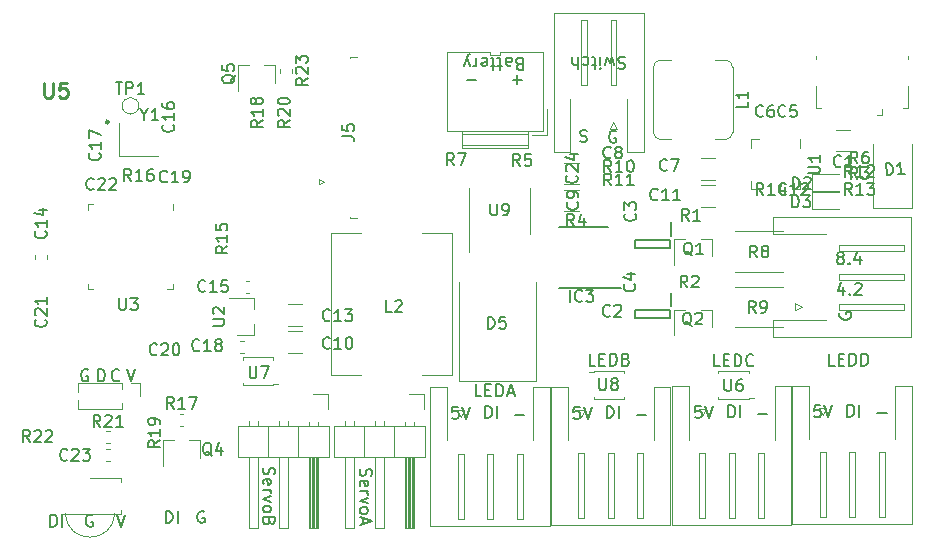
<source format=gto>
G04 #@! TF.GenerationSoftware,KiCad,Pcbnew,(5.1.6)-1*
G04 #@! TF.CreationDate,2021-02-25T15:27:45+08:00*
G04 #@! TF.ProjectId,Light_detector_V1.0,4c696768-745f-4646-9574-6563746f725f,rev?*
G04 #@! TF.SameCoordinates,Original*
G04 #@! TF.FileFunction,Legend,Top*
G04 #@! TF.FilePolarity,Positive*
%FSLAX46Y46*%
G04 Gerber Fmt 4.6, Leading zero omitted, Abs format (unit mm)*
G04 Created by KiCad (PCBNEW (5.1.6)-1) date 2021-02-25 15:27:45*
%MOMM*%
%LPD*%
G01*
G04 APERTURE LIST*
%ADD10C,0.152400*%
%ADD11C,0.120000*%
%ADD12C,0.250000*%
%ADD13C,0.150000*%
%ADD14C,0.200000*%
%ADD15C,0.254000*%
G04 APERTURE END LIST*
D10*
X96704452Y-50872571D02*
X97478547Y-50872571D01*
X91881476Y-50180119D02*
X91397666Y-50180119D01*
X91349285Y-50663928D01*
X91397666Y-50615547D01*
X91494428Y-50567166D01*
X91736333Y-50567166D01*
X91833095Y-50615547D01*
X91881476Y-50663928D01*
X91929857Y-50760690D01*
X91929857Y-51002595D01*
X91881476Y-51099357D01*
X91833095Y-51147738D01*
X91736333Y-51196119D01*
X91494428Y-51196119D01*
X91397666Y-51147738D01*
X91349285Y-51099357D01*
X92220142Y-50180119D02*
X92558809Y-51196119D01*
X92897476Y-50180119D01*
X94170500Y-51132619D02*
X94170500Y-50116619D01*
X94412404Y-50116619D01*
X94557547Y-50165000D01*
X94654309Y-50261761D01*
X94702690Y-50358523D01*
X94751071Y-50552047D01*
X94751071Y-50697190D01*
X94702690Y-50890714D01*
X94654309Y-50987476D01*
X94557547Y-51084238D01*
X94412404Y-51132619D01*
X94170500Y-51132619D01*
X95186500Y-51132619D02*
X95186500Y-50116619D01*
X81784976Y-50243619D02*
X81301166Y-50243619D01*
X81252785Y-50727428D01*
X81301166Y-50679047D01*
X81397928Y-50630666D01*
X81639833Y-50630666D01*
X81736595Y-50679047D01*
X81784976Y-50727428D01*
X81833357Y-50824190D01*
X81833357Y-51066095D01*
X81784976Y-51162857D01*
X81736595Y-51211238D01*
X81639833Y-51259619D01*
X81397928Y-51259619D01*
X81301166Y-51211238D01*
X81252785Y-51162857D01*
X82123642Y-50243619D02*
X82462309Y-51259619D01*
X82800976Y-50243619D01*
X86607952Y-50936071D02*
X87382047Y-50936071D01*
X84074000Y-51196119D02*
X84074000Y-50180119D01*
X84315904Y-50180119D01*
X84461047Y-50228500D01*
X84557809Y-50325261D01*
X84606190Y-50422023D01*
X84654571Y-50615547D01*
X84654571Y-50760690D01*
X84606190Y-50954214D01*
X84557809Y-51050976D01*
X84461047Y-51147738D01*
X84315904Y-51196119D01*
X84074000Y-51196119D01*
X85090000Y-51196119D02*
X85090000Y-50180119D01*
X76320952Y-50999571D02*
X77095047Y-50999571D01*
X73787000Y-51259619D02*
X73787000Y-50243619D01*
X74028904Y-50243619D01*
X74174047Y-50292000D01*
X74270809Y-50388761D01*
X74319190Y-50485523D01*
X74367571Y-50679047D01*
X74367571Y-50824190D01*
X74319190Y-51017714D01*
X74270809Y-51114476D01*
X74174047Y-51211238D01*
X74028904Y-51259619D01*
X73787000Y-51259619D01*
X74803000Y-51259619D02*
X74803000Y-50243619D01*
X71497976Y-50307119D02*
X71014166Y-50307119D01*
X70965785Y-50790928D01*
X71014166Y-50742547D01*
X71110928Y-50694166D01*
X71352833Y-50694166D01*
X71449595Y-50742547D01*
X71497976Y-50790928D01*
X71546357Y-50887690D01*
X71546357Y-51129595D01*
X71497976Y-51226357D01*
X71449595Y-51274738D01*
X71352833Y-51323119D01*
X71110928Y-51323119D01*
X71014166Y-51274738D01*
X70965785Y-51226357D01*
X71836642Y-50307119D02*
X72175309Y-51323119D01*
X72513976Y-50307119D01*
X66033952Y-50999571D02*
X66808047Y-50999571D01*
X63500000Y-51259619D02*
X63500000Y-50243619D01*
X63741904Y-50243619D01*
X63887047Y-50292000D01*
X63983809Y-50388761D01*
X64032190Y-50485523D01*
X64080571Y-50679047D01*
X64080571Y-50824190D01*
X64032190Y-51017714D01*
X63983809Y-51114476D01*
X63887047Y-51211238D01*
X63741904Y-51259619D01*
X63500000Y-51259619D01*
X64516000Y-51259619D02*
X64516000Y-50243619D01*
X61210976Y-50307119D02*
X60727166Y-50307119D01*
X60678785Y-50790928D01*
X60727166Y-50742547D01*
X60823928Y-50694166D01*
X61065833Y-50694166D01*
X61162595Y-50742547D01*
X61210976Y-50790928D01*
X61259357Y-50887690D01*
X61259357Y-51129595D01*
X61210976Y-51226357D01*
X61162595Y-51274738D01*
X61065833Y-51323119D01*
X60823928Y-51323119D01*
X60727166Y-51274738D01*
X60678785Y-51226357D01*
X61549642Y-50307119D02*
X61888309Y-51323119D01*
X62226976Y-50307119D01*
X71528214Y-27843238D02*
X71673357Y-27891619D01*
X71915261Y-27891619D01*
X72012023Y-27843238D01*
X72060404Y-27794857D01*
X72108785Y-27698095D01*
X72108785Y-27601333D01*
X72060404Y-27504571D01*
X72012023Y-27456190D01*
X71915261Y-27407809D01*
X71721738Y-27359428D01*
X71624976Y-27311047D01*
X71576595Y-27262666D01*
X71528214Y-27165904D01*
X71528214Y-27069142D01*
X71576595Y-26972380D01*
X71624976Y-26924000D01*
X71721738Y-26875619D01*
X71963642Y-26875619D01*
X72108785Y-26924000D01*
X74561095Y-26987500D02*
X74464333Y-26939119D01*
X74319190Y-26939119D01*
X74174047Y-26987500D01*
X74077285Y-27084261D01*
X74028904Y-27181023D01*
X73980523Y-27374547D01*
X73980523Y-27519690D01*
X74028904Y-27713214D01*
X74077285Y-27809976D01*
X74174047Y-27906738D01*
X74319190Y-27955119D01*
X74415952Y-27955119D01*
X74561095Y-27906738D01*
X74609476Y-27858357D01*
X74609476Y-27519690D01*
X74415952Y-27519690D01*
X75338214Y-20734261D02*
X75193071Y-20685880D01*
X74951166Y-20685880D01*
X74854404Y-20734261D01*
X74806023Y-20782642D01*
X74757642Y-20879404D01*
X74757642Y-20976166D01*
X74806023Y-21072928D01*
X74854404Y-21121309D01*
X74951166Y-21169690D01*
X75144690Y-21218071D01*
X75241452Y-21266452D01*
X75289833Y-21314833D01*
X75338214Y-21411595D01*
X75338214Y-21508357D01*
X75289833Y-21605119D01*
X75241452Y-21653500D01*
X75144690Y-21701880D01*
X74902785Y-21701880D01*
X74757642Y-21653500D01*
X74418976Y-21363214D02*
X74225452Y-20685880D01*
X74031928Y-21169690D01*
X73838404Y-20685880D01*
X73644880Y-21363214D01*
X73257833Y-20685880D02*
X73257833Y-21363214D01*
X73257833Y-21701880D02*
X73306214Y-21653500D01*
X73257833Y-21605119D01*
X73209452Y-21653500D01*
X73257833Y-21701880D01*
X73257833Y-21605119D01*
X72919166Y-21363214D02*
X72532119Y-21363214D01*
X72774023Y-21701880D02*
X72774023Y-20831023D01*
X72725642Y-20734261D01*
X72628880Y-20685880D01*
X72532119Y-20685880D01*
X71758023Y-20734261D02*
X71854785Y-20685880D01*
X72048309Y-20685880D01*
X72145071Y-20734261D01*
X72193452Y-20782642D01*
X72241833Y-20879404D01*
X72241833Y-21169690D01*
X72193452Y-21266452D01*
X72145071Y-21314833D01*
X72048309Y-21363214D01*
X71854785Y-21363214D01*
X71758023Y-21314833D01*
X71322595Y-20685880D02*
X71322595Y-21701880D01*
X70887166Y-20685880D02*
X70887166Y-21218071D01*
X70935547Y-21314833D01*
X71032309Y-21363214D01*
X71177452Y-21363214D01*
X71274214Y-21314833D01*
X71322595Y-21266452D01*
X65843452Y-22615071D02*
X66617547Y-22615071D01*
X66230500Y-23002119D02*
X66230500Y-22228023D01*
X61969952Y-22615071D02*
X62744047Y-22615071D01*
X66366571Y-21281571D02*
X66221428Y-21233190D01*
X66173047Y-21184809D01*
X66124666Y-21088047D01*
X66124666Y-20942904D01*
X66173047Y-20846142D01*
X66221428Y-20797761D01*
X66318190Y-20749380D01*
X66705238Y-20749380D01*
X66705238Y-21765380D01*
X66366571Y-21765380D01*
X66269809Y-21717000D01*
X66221428Y-21668619D01*
X66173047Y-21571857D01*
X66173047Y-21475095D01*
X66221428Y-21378333D01*
X66269809Y-21329952D01*
X66366571Y-21281571D01*
X66705238Y-21281571D01*
X65253809Y-20749380D02*
X65253809Y-21281571D01*
X65302190Y-21378333D01*
X65398952Y-21426714D01*
X65592476Y-21426714D01*
X65689238Y-21378333D01*
X65253809Y-20797761D02*
X65350571Y-20749380D01*
X65592476Y-20749380D01*
X65689238Y-20797761D01*
X65737619Y-20894523D01*
X65737619Y-20991285D01*
X65689238Y-21088047D01*
X65592476Y-21136428D01*
X65350571Y-21136428D01*
X65253809Y-21184809D01*
X64915142Y-21426714D02*
X64528095Y-21426714D01*
X64770000Y-21765380D02*
X64770000Y-20894523D01*
X64721619Y-20797761D01*
X64624857Y-20749380D01*
X64528095Y-20749380D01*
X64334571Y-21426714D02*
X63947523Y-21426714D01*
X64189428Y-21765380D02*
X64189428Y-20894523D01*
X64141047Y-20797761D01*
X64044285Y-20749380D01*
X63947523Y-20749380D01*
X63221809Y-20797761D02*
X63318571Y-20749380D01*
X63512095Y-20749380D01*
X63608857Y-20797761D01*
X63657238Y-20894523D01*
X63657238Y-21281571D01*
X63608857Y-21378333D01*
X63512095Y-21426714D01*
X63318571Y-21426714D01*
X63221809Y-21378333D01*
X63173428Y-21281571D01*
X63173428Y-21184809D01*
X63657238Y-21088047D01*
X62738000Y-20749380D02*
X62738000Y-21426714D01*
X62738000Y-21233190D02*
X62689619Y-21329952D01*
X62641238Y-21378333D01*
X62544476Y-21426714D01*
X62447714Y-21426714D01*
X62205809Y-21426714D02*
X61963904Y-20749380D01*
X61722000Y-21426714D02*
X61963904Y-20749380D01*
X62060666Y-20507476D01*
X62109047Y-20459095D01*
X62205809Y-20410714D01*
X93475023Y-37661547D02*
X93378261Y-37613166D01*
X93329880Y-37564785D01*
X93281500Y-37468023D01*
X93281500Y-37419642D01*
X93329880Y-37322880D01*
X93378261Y-37274500D01*
X93475023Y-37226119D01*
X93668547Y-37226119D01*
X93765309Y-37274500D01*
X93813690Y-37322880D01*
X93862071Y-37419642D01*
X93862071Y-37468023D01*
X93813690Y-37564785D01*
X93765309Y-37613166D01*
X93668547Y-37661547D01*
X93475023Y-37661547D01*
X93378261Y-37709928D01*
X93329880Y-37758309D01*
X93281500Y-37855071D01*
X93281500Y-38048595D01*
X93329880Y-38145357D01*
X93378261Y-38193738D01*
X93475023Y-38242119D01*
X93668547Y-38242119D01*
X93765309Y-38193738D01*
X93813690Y-38145357D01*
X93862071Y-38048595D01*
X93862071Y-37855071D01*
X93813690Y-37758309D01*
X93765309Y-37709928D01*
X93668547Y-37661547D01*
X94297500Y-38145357D02*
X94345880Y-38193738D01*
X94297500Y-38242119D01*
X94249119Y-38193738D01*
X94297500Y-38145357D01*
X94297500Y-38242119D01*
X95216738Y-37564785D02*
X95216738Y-38242119D01*
X94974833Y-37177738D02*
X94732928Y-37903452D01*
X95361880Y-37903452D01*
X93828809Y-40168285D02*
X93828809Y-40845619D01*
X93586904Y-39781238D02*
X93345000Y-40506952D01*
X93973952Y-40506952D01*
X94361000Y-40748857D02*
X94409380Y-40797238D01*
X94361000Y-40845619D01*
X94312619Y-40797238D01*
X94361000Y-40748857D01*
X94361000Y-40845619D01*
X94796428Y-39926380D02*
X94844809Y-39878000D01*
X94941571Y-39829619D01*
X95183476Y-39829619D01*
X95280238Y-39878000D01*
X95328619Y-39926380D01*
X95377000Y-40023142D01*
X95377000Y-40119904D01*
X95328619Y-40265047D01*
X94748047Y-40845619D01*
X95377000Y-40845619D01*
X93535500Y-42342404D02*
X93487119Y-42439166D01*
X93487119Y-42584309D01*
X93535500Y-42729452D01*
X93632261Y-42826214D01*
X93729023Y-42874595D01*
X93922547Y-42922976D01*
X94067690Y-42922976D01*
X94261214Y-42874595D01*
X94357976Y-42826214D01*
X94454738Y-42729452D01*
X94503119Y-42584309D01*
X94503119Y-42487547D01*
X94454738Y-42342404D01*
X94406357Y-42294023D01*
X94067690Y-42294023D01*
X94067690Y-42487547D01*
X39699595Y-59182000D02*
X39602833Y-59133619D01*
X39457690Y-59133619D01*
X39312547Y-59182000D01*
X39215785Y-59278761D01*
X39167404Y-59375523D01*
X39119023Y-59569047D01*
X39119023Y-59714190D01*
X39167404Y-59907714D01*
X39215785Y-60004476D01*
X39312547Y-60101238D01*
X39457690Y-60149619D01*
X39554452Y-60149619D01*
X39699595Y-60101238D01*
X39747976Y-60052857D01*
X39747976Y-59714190D01*
X39554452Y-59714190D01*
X36449000Y-60149619D02*
X36449000Y-59133619D01*
X36690904Y-59133619D01*
X36836047Y-59182000D01*
X36932809Y-59278761D01*
X36981190Y-59375523D01*
X37029571Y-59569047D01*
X37029571Y-59714190D01*
X36981190Y-59907714D01*
X36932809Y-60004476D01*
X36836047Y-60101238D01*
X36690904Y-60149619D01*
X36449000Y-60149619D01*
X37465000Y-60149619D02*
X37465000Y-59133619D01*
X26670000Y-60467119D02*
X26670000Y-59451119D01*
X26911904Y-59451119D01*
X27057047Y-59499500D01*
X27153809Y-59596261D01*
X27202190Y-59693023D01*
X27250571Y-59886547D01*
X27250571Y-60031690D01*
X27202190Y-60225214D01*
X27153809Y-60321976D01*
X27057047Y-60418738D01*
X26911904Y-60467119D01*
X26670000Y-60467119D01*
X27686000Y-60467119D02*
X27686000Y-59451119D01*
X32300333Y-59451119D02*
X32639000Y-60467119D01*
X32977666Y-59451119D01*
X30238095Y-59499500D02*
X30141333Y-59451119D01*
X29996190Y-59451119D01*
X29851047Y-59499500D01*
X29754285Y-59596261D01*
X29705904Y-59693023D01*
X29657523Y-59886547D01*
X29657523Y-60031690D01*
X29705904Y-60225214D01*
X29754285Y-60321976D01*
X29851047Y-60418738D01*
X29996190Y-60467119D01*
X30092952Y-60467119D01*
X30238095Y-60418738D01*
X30286476Y-60370357D01*
X30286476Y-60031690D01*
X30092952Y-60031690D01*
X52928761Y-55589714D02*
X52880380Y-55734857D01*
X52880380Y-55976761D01*
X52928761Y-56073523D01*
X52977142Y-56121904D01*
X53073904Y-56170285D01*
X53170666Y-56170285D01*
X53267428Y-56121904D01*
X53315809Y-56073523D01*
X53364190Y-55976761D01*
X53412571Y-55783238D01*
X53460952Y-55686476D01*
X53509333Y-55638095D01*
X53606095Y-55589714D01*
X53702857Y-55589714D01*
X53799619Y-55638095D01*
X53848000Y-55686476D01*
X53896380Y-55783238D01*
X53896380Y-56025142D01*
X53848000Y-56170285D01*
X52928761Y-56992761D02*
X52880380Y-56896000D01*
X52880380Y-56702476D01*
X52928761Y-56605714D01*
X53025523Y-56557333D01*
X53412571Y-56557333D01*
X53509333Y-56605714D01*
X53557714Y-56702476D01*
X53557714Y-56896000D01*
X53509333Y-56992761D01*
X53412571Y-57041142D01*
X53315809Y-57041142D01*
X53219047Y-56557333D01*
X52880380Y-57476571D02*
X53557714Y-57476571D01*
X53364190Y-57476571D02*
X53460952Y-57524952D01*
X53509333Y-57573333D01*
X53557714Y-57670095D01*
X53557714Y-57766857D01*
X53557714Y-58008761D02*
X52880380Y-58250666D01*
X53557714Y-58492571D01*
X52880380Y-59024761D02*
X52928761Y-58928000D01*
X52977142Y-58879619D01*
X53073904Y-58831238D01*
X53364190Y-58831238D01*
X53460952Y-58879619D01*
X53509333Y-58928000D01*
X53557714Y-59024761D01*
X53557714Y-59169904D01*
X53509333Y-59266666D01*
X53460952Y-59315047D01*
X53364190Y-59363428D01*
X53073904Y-59363428D01*
X52977142Y-59315047D01*
X52928761Y-59266666D01*
X52880380Y-59169904D01*
X52880380Y-59024761D01*
X53170666Y-59750476D02*
X53170666Y-60234285D01*
X52880380Y-59653714D02*
X53896380Y-59992380D01*
X52880380Y-60331047D01*
X44737261Y-55453642D02*
X44688880Y-55598785D01*
X44688880Y-55840690D01*
X44737261Y-55937452D01*
X44785642Y-55985833D01*
X44882404Y-56034214D01*
X44979166Y-56034214D01*
X45075928Y-55985833D01*
X45124309Y-55937452D01*
X45172690Y-55840690D01*
X45221071Y-55647166D01*
X45269452Y-55550404D01*
X45317833Y-55502023D01*
X45414595Y-55453642D01*
X45511357Y-55453642D01*
X45608119Y-55502023D01*
X45656500Y-55550404D01*
X45704880Y-55647166D01*
X45704880Y-55889071D01*
X45656500Y-56034214D01*
X44737261Y-56856690D02*
X44688880Y-56759928D01*
X44688880Y-56566404D01*
X44737261Y-56469642D01*
X44834023Y-56421261D01*
X45221071Y-56421261D01*
X45317833Y-56469642D01*
X45366214Y-56566404D01*
X45366214Y-56759928D01*
X45317833Y-56856690D01*
X45221071Y-56905071D01*
X45124309Y-56905071D01*
X45027547Y-56421261D01*
X44688880Y-57340500D02*
X45366214Y-57340500D01*
X45172690Y-57340500D02*
X45269452Y-57388880D01*
X45317833Y-57437261D01*
X45366214Y-57534023D01*
X45366214Y-57630785D01*
X45366214Y-57872690D02*
X44688880Y-58114595D01*
X45366214Y-58356500D01*
X44688880Y-58888690D02*
X44737261Y-58791928D01*
X44785642Y-58743547D01*
X44882404Y-58695166D01*
X45172690Y-58695166D01*
X45269452Y-58743547D01*
X45317833Y-58791928D01*
X45366214Y-58888690D01*
X45366214Y-59033833D01*
X45317833Y-59130595D01*
X45269452Y-59178976D01*
X45172690Y-59227357D01*
X44882404Y-59227357D01*
X44785642Y-59178976D01*
X44737261Y-59130595D01*
X44688880Y-59033833D01*
X44688880Y-58888690D01*
X45221071Y-60001452D02*
X45172690Y-60146595D01*
X45124309Y-60194976D01*
X45027547Y-60243357D01*
X44882404Y-60243357D01*
X44785642Y-60194976D01*
X44737261Y-60146595D01*
X44688880Y-60049833D01*
X44688880Y-59662785D01*
X45704880Y-59662785D01*
X45704880Y-60001452D01*
X45656500Y-60098214D01*
X45608119Y-60146595D01*
X45511357Y-60194976D01*
X45414595Y-60194976D01*
X45317833Y-60146595D01*
X45269452Y-60098214D01*
X45221071Y-60001452D01*
X45221071Y-59662785D01*
X93072857Y-46814619D02*
X92589047Y-46814619D01*
X92589047Y-45798619D01*
X93411523Y-46282428D02*
X93750190Y-46282428D01*
X93895333Y-46814619D02*
X93411523Y-46814619D01*
X93411523Y-45798619D01*
X93895333Y-45798619D01*
X94330761Y-46814619D02*
X94330761Y-45798619D01*
X94572666Y-45798619D01*
X94717809Y-45847000D01*
X94814571Y-45943761D01*
X94862952Y-46040523D01*
X94911333Y-46234047D01*
X94911333Y-46379190D01*
X94862952Y-46572714D01*
X94814571Y-46669476D01*
X94717809Y-46766238D01*
X94572666Y-46814619D01*
X94330761Y-46814619D01*
X95346761Y-46814619D02*
X95346761Y-45798619D01*
X95588666Y-45798619D01*
X95733809Y-45847000D01*
X95830571Y-45943761D01*
X95878952Y-46040523D01*
X95927333Y-46234047D01*
X95927333Y-46379190D01*
X95878952Y-46572714D01*
X95830571Y-46669476D01*
X95733809Y-46766238D01*
X95588666Y-46814619D01*
X95346761Y-46814619D01*
X83357357Y-46878119D02*
X82873547Y-46878119D01*
X82873547Y-45862119D01*
X83696023Y-46345928D02*
X84034690Y-46345928D01*
X84179833Y-46878119D02*
X83696023Y-46878119D01*
X83696023Y-45862119D01*
X84179833Y-45862119D01*
X84615261Y-46878119D02*
X84615261Y-45862119D01*
X84857166Y-45862119D01*
X85002309Y-45910500D01*
X85099071Y-46007261D01*
X85147452Y-46104023D01*
X85195833Y-46297547D01*
X85195833Y-46442690D01*
X85147452Y-46636214D01*
X85099071Y-46732976D01*
X85002309Y-46829738D01*
X84857166Y-46878119D01*
X84615261Y-46878119D01*
X86211833Y-46781357D02*
X86163452Y-46829738D01*
X86018309Y-46878119D01*
X85921547Y-46878119D01*
X85776404Y-46829738D01*
X85679642Y-46732976D01*
X85631261Y-46636214D01*
X85582880Y-46442690D01*
X85582880Y-46297547D01*
X85631261Y-46104023D01*
X85679642Y-46007261D01*
X85776404Y-45910500D01*
X85921547Y-45862119D01*
X86018309Y-45862119D01*
X86163452Y-45910500D01*
X86211833Y-45958880D01*
X72816357Y-46814619D02*
X72332547Y-46814619D01*
X72332547Y-45798619D01*
X73155023Y-46282428D02*
X73493690Y-46282428D01*
X73638833Y-46814619D02*
X73155023Y-46814619D01*
X73155023Y-45798619D01*
X73638833Y-45798619D01*
X74074261Y-46814619D02*
X74074261Y-45798619D01*
X74316166Y-45798619D01*
X74461309Y-45847000D01*
X74558071Y-45943761D01*
X74606452Y-46040523D01*
X74654833Y-46234047D01*
X74654833Y-46379190D01*
X74606452Y-46572714D01*
X74558071Y-46669476D01*
X74461309Y-46766238D01*
X74316166Y-46814619D01*
X74074261Y-46814619D01*
X75428928Y-46282428D02*
X75574071Y-46330809D01*
X75622452Y-46379190D01*
X75670833Y-46475952D01*
X75670833Y-46621095D01*
X75622452Y-46717857D01*
X75574071Y-46766238D01*
X75477309Y-46814619D01*
X75090261Y-46814619D01*
X75090261Y-45798619D01*
X75428928Y-45798619D01*
X75525690Y-45847000D01*
X75574071Y-45895380D01*
X75622452Y-45992142D01*
X75622452Y-46088904D01*
X75574071Y-46185666D01*
X75525690Y-46234047D01*
X75428928Y-46282428D01*
X75090261Y-46282428D01*
X63173428Y-49418119D02*
X62689619Y-49418119D01*
X62689619Y-48402119D01*
X63512095Y-48885928D02*
X63850761Y-48885928D01*
X63995904Y-49418119D02*
X63512095Y-49418119D01*
X63512095Y-48402119D01*
X63995904Y-48402119D01*
X64431333Y-49418119D02*
X64431333Y-48402119D01*
X64673238Y-48402119D01*
X64818380Y-48450500D01*
X64915142Y-48547261D01*
X64963523Y-48644023D01*
X65011904Y-48837547D01*
X65011904Y-48982690D01*
X64963523Y-49176214D01*
X64915142Y-49272976D01*
X64818380Y-49369738D01*
X64673238Y-49418119D01*
X64431333Y-49418119D01*
X65398952Y-49127833D02*
X65882761Y-49127833D01*
X65302190Y-49418119D02*
X65640857Y-48402119D01*
X65979523Y-49418119D01*
X33189333Y-47132119D02*
X33528000Y-48148119D01*
X33866666Y-47132119D01*
X32508976Y-48051357D02*
X32460595Y-48099738D01*
X32315452Y-48148119D01*
X32218690Y-48148119D01*
X32073547Y-48099738D01*
X31976785Y-48002976D01*
X31928404Y-47906214D01*
X31880023Y-47712690D01*
X31880023Y-47567547D01*
X31928404Y-47374023D01*
X31976785Y-47277261D01*
X32073547Y-47180500D01*
X32218690Y-47132119D01*
X32315452Y-47132119D01*
X32460595Y-47180500D01*
X32508976Y-47228880D01*
X30721904Y-48148119D02*
X30721904Y-47132119D01*
X30963809Y-47132119D01*
X31108952Y-47180500D01*
X31205714Y-47277261D01*
X31254095Y-47374023D01*
X31302476Y-47567547D01*
X31302476Y-47712690D01*
X31254095Y-47906214D01*
X31205714Y-48002976D01*
X31108952Y-48099738D01*
X30963809Y-48148119D01*
X30721904Y-48148119D01*
X29857095Y-47180500D02*
X29760333Y-47132119D01*
X29615190Y-47132119D01*
X29470047Y-47180500D01*
X29373285Y-47277261D01*
X29324904Y-47374023D01*
X29276523Y-47567547D01*
X29276523Y-47712690D01*
X29324904Y-47906214D01*
X29373285Y-48002976D01*
X29470047Y-48099738D01*
X29615190Y-48148119D01*
X29711952Y-48148119D01*
X29857095Y-48099738D01*
X29905476Y-48051357D01*
X29905476Y-47712690D01*
X29711952Y-47712690D01*
D11*
X74056000Y-26799000D02*
X74356000Y-26199000D01*
X74656000Y-26799000D02*
X74056000Y-26799000D01*
X74356000Y-26199000D02*
X74656000Y-26799000D01*
X71606000Y-23099000D02*
X72106000Y-23099000D01*
X71606000Y-17599000D02*
X71606000Y-23099000D01*
X72106000Y-17599000D02*
X71606000Y-17599000D01*
X72106000Y-23099000D02*
X72106000Y-17599000D01*
X74106000Y-23099000D02*
X74606000Y-23099000D01*
X74106000Y-17599000D02*
X74106000Y-23099000D01*
X74606000Y-17599000D02*
X74106000Y-17599000D01*
X74606000Y-23099000D02*
X74606000Y-17599000D01*
X70716000Y-28709000D02*
X70716000Y-24209000D01*
X69296000Y-28709000D02*
X70716000Y-28709000D01*
X69296000Y-16989000D02*
X69296000Y-28709000D01*
X73106000Y-16989000D02*
X69296000Y-16989000D01*
X75496000Y-28709000D02*
X75496000Y-24209000D01*
X76916000Y-28709000D02*
X75496000Y-28709000D01*
X76916000Y-16989000D02*
X76916000Y-28709000D01*
X73106000Y-16989000D02*
X76916000Y-16989000D01*
X60258000Y-20250000D02*
X60258000Y-25080000D01*
X68388000Y-25080000D02*
X68388000Y-20250000D01*
X68388000Y-26990000D02*
X60258000Y-26990000D01*
X67118000Y-26990000D02*
X67118000Y-28380000D01*
X61528000Y-26990000D02*
X61528000Y-28380000D01*
X67118000Y-28380000D02*
X61528000Y-28380000D01*
X68388000Y-26990000D02*
X68388000Y-25080000D01*
X60258000Y-26990000D02*
X60258000Y-25080000D01*
X67118000Y-28130000D02*
X61528000Y-28130000D01*
X67118000Y-27240000D02*
X61528000Y-27240000D01*
X63938000Y-20510000D02*
X63938000Y-20250000D01*
X64708000Y-20510000D02*
X63938000Y-20510000D01*
X64708000Y-20250000D02*
X64708000Y-20510000D01*
X64708000Y-20250000D02*
X68388000Y-20250000D01*
X63938000Y-20250000D02*
X60258000Y-20250000D01*
X67428000Y-27280000D02*
X68728000Y-27280000D01*
X68728000Y-27280000D02*
X68728000Y-25080000D01*
X88727064Y-40134000D02*
X84622936Y-40134000D01*
X88727064Y-43554000D02*
X84622936Y-43554000D01*
X88722064Y-35435000D02*
X84617936Y-35435000D01*
X88722064Y-38855000D02*
X84617936Y-38855000D01*
X32461000Y-29082000D02*
X35761000Y-29082000D01*
X32461000Y-26282000D02*
X32461000Y-29082000D01*
X67264000Y-33716000D02*
X67264000Y-31766000D01*
X67264000Y-33716000D02*
X67264000Y-35666000D01*
X62144000Y-33716000D02*
X62144000Y-31766000D01*
X62144000Y-33716000D02*
X62144000Y-37166000D01*
X72675000Y-49648000D02*
X75275000Y-49648000D01*
X75275000Y-49648000D02*
X75275000Y-49448000D01*
X75275000Y-47448000D02*
X75275000Y-47248000D01*
X75275000Y-47248000D02*
X72675000Y-47248000D01*
X72675000Y-47248000D02*
X72675000Y-47348000D01*
X72675000Y-47348000D02*
X72275000Y-47348000D01*
X72675000Y-49648000D02*
X72675000Y-49448000D01*
X45557000Y-46105000D02*
X42957000Y-46105000D01*
X42957000Y-46105000D02*
X42957000Y-46305000D01*
X42957000Y-48305000D02*
X42957000Y-48505000D01*
X42957000Y-48505000D02*
X45557000Y-48505000D01*
X45557000Y-48505000D02*
X45557000Y-48405000D01*
X45557000Y-48405000D02*
X45957000Y-48405000D01*
X45557000Y-46105000D02*
X45557000Y-46305000D01*
X85816000Y-47248000D02*
X83216000Y-47248000D01*
X83216000Y-47248000D02*
X83216000Y-47448000D01*
X83216000Y-49448000D02*
X83216000Y-49648000D01*
X83216000Y-49648000D02*
X85816000Y-49648000D01*
X85816000Y-49648000D02*
X85816000Y-49548000D01*
X85816000Y-49548000D02*
X86216000Y-49548000D01*
X85816000Y-47248000D02*
X85816000Y-47448000D01*
D12*
X31612000Y-26186000D02*
G75*
G03*
X31612000Y-26186000I-125000J0D01*
G01*
D11*
X32633000Y-59346000D02*
X27543000Y-59346000D01*
X32633000Y-59006000D02*
X32633000Y-59346000D01*
X32633000Y-56336000D02*
X30033000Y-56336000D01*
X32633000Y-56686000D02*
X32633000Y-56336000D01*
X27933083Y-59347736D02*
G75*
G03*
X32133000Y-59346000I2099917J101736D01*
G01*
X37072000Y-33629000D02*
X37072000Y-33154000D01*
X29852000Y-40374000D02*
X30327000Y-40374000D01*
X29852000Y-39899000D02*
X29852000Y-40374000D01*
X29852000Y-33154000D02*
X30327000Y-33154000D01*
X29852000Y-33629000D02*
X29852000Y-33154000D01*
X37072000Y-40374000D02*
X36597000Y-40374000D01*
X37072000Y-39899000D02*
X37072000Y-40374000D01*
X43940003Y-44251999D02*
X42480003Y-44251999D01*
X43940003Y-41091999D02*
X41780003Y-41091999D01*
X43940003Y-41091999D02*
X43940003Y-42021999D01*
X43940003Y-44251999D02*
X43940003Y-43321999D01*
X90182000Y-28394000D02*
X90182000Y-27669000D01*
X85962000Y-31889000D02*
X86687000Y-31889000D01*
X85962000Y-31164000D02*
X85962000Y-31889000D01*
X85962000Y-27669000D02*
X86687000Y-27669000D01*
X85962000Y-28394000D02*
X85962000Y-27669000D01*
X90182000Y-31889000D02*
X89457000Y-31889000D01*
X90182000Y-31164000D02*
X90182000Y-31889000D01*
X34164500Y-24828500D02*
G75*
G03*
X34164500Y-24828500I-700000J0D01*
G01*
X47180000Y-22067779D02*
X47180000Y-21742221D01*
X46160000Y-22067779D02*
X46160000Y-21742221D01*
X31719779Y-52383000D02*
X31394221Y-52383000D01*
X31719779Y-53403000D02*
X31394221Y-53403000D01*
X37617221Y-51945000D02*
X37942779Y-51945000D01*
X37617221Y-50925000D02*
X37942779Y-50925000D01*
X45710000Y-21399000D02*
X45710000Y-22859000D01*
X42550000Y-21399000D02*
X42550000Y-23559000D01*
X42550000Y-21399000D02*
X43480000Y-21399000D01*
X45710000Y-21399000D02*
X44780000Y-21399000D01*
X39360000Y-53149000D02*
X39360000Y-54609000D01*
X36200000Y-53149000D02*
X36200000Y-55309000D01*
X36200000Y-53149000D02*
X37130000Y-53149000D01*
X39360000Y-53149000D02*
X38430000Y-53149000D01*
X82667000Y-42100000D02*
X82667000Y-43560000D01*
X79507000Y-42100000D02*
X79507000Y-44260000D01*
X79507000Y-42100000D02*
X80437000Y-42100000D01*
X82667000Y-42100000D02*
X81737000Y-42100000D01*
X82667000Y-36115000D02*
X82667000Y-37575000D01*
X79507000Y-36115000D02*
X79507000Y-38275000D01*
X79507000Y-36115000D02*
X80437000Y-36115000D01*
X82667000Y-36115000D02*
X81737000Y-36115000D01*
X50410000Y-47590000D02*
X52960000Y-47590000D01*
X50410000Y-35590000D02*
X50410000Y-47590000D01*
X60710000Y-35590000D02*
X58160000Y-35590000D01*
X60710000Y-47590000D02*
X60710000Y-35590000D01*
X58160000Y-47590000D02*
X60710000Y-47590000D01*
X52960000Y-35590000D02*
X50410000Y-35590000D01*
X77727000Y-27068000D02*
X77727000Y-21568000D01*
X78337000Y-20958000D02*
X79187000Y-20958000D01*
X79187000Y-27678000D02*
X78337000Y-27678000D01*
X83837000Y-27678000D02*
X82987000Y-27678000D01*
X84447000Y-21568000D02*
X84447000Y-27068000D01*
X82987000Y-20958000D02*
X83837000Y-20958000D01*
X78337000Y-27678000D02*
G75*
G02*
X77727000Y-27068000I0J610000D01*
G01*
X77727000Y-21568000D02*
G75*
G02*
X78337000Y-20958000I610000J0D01*
G01*
X84447000Y-27068000D02*
G75*
G02*
X83837000Y-27678000I-610000J0D01*
G01*
X83837000Y-20958000D02*
G75*
G02*
X84447000Y-21568000I0J-610000D01*
G01*
X71912001Y-50541997D02*
X71612001Y-51141997D01*
X71312001Y-50541997D02*
X71912001Y-50541997D01*
X71612001Y-51141997D02*
X71312001Y-50541997D01*
X76862001Y-54241997D02*
X76362001Y-54241997D01*
X76862001Y-59741997D02*
X76862001Y-54241997D01*
X76362001Y-59741997D02*
X76862001Y-59741997D01*
X76362001Y-54241997D02*
X76362001Y-59741997D01*
X74362001Y-54241997D02*
X73862001Y-54241997D01*
X74362001Y-59741997D02*
X74362001Y-54241997D01*
X73862001Y-59741997D02*
X74362001Y-59741997D01*
X73862001Y-54241997D02*
X73862001Y-59741997D01*
X71862001Y-54241997D02*
X71362001Y-54241997D01*
X71862001Y-59741997D02*
X71862001Y-54241997D01*
X71362001Y-59741997D02*
X71862001Y-59741997D01*
X71362001Y-54241997D02*
X71362001Y-59741997D01*
X77752001Y-48631997D02*
X77752001Y-53131997D01*
X79172001Y-48631997D02*
X77752001Y-48631997D01*
X79172001Y-60351997D02*
X79172001Y-48631997D01*
X74112001Y-60351997D02*
X79172001Y-60351997D01*
X70472001Y-48631997D02*
X70472001Y-53131997D01*
X69052001Y-48631997D02*
X70472001Y-48631997D01*
X69052001Y-60351997D02*
X69052001Y-48631997D01*
X74112001Y-60351997D02*
X69052001Y-60351997D01*
X50226000Y-49210000D02*
X50226000Y-50480000D01*
X48956000Y-49210000D02*
X50226000Y-49210000D01*
X43496000Y-51522929D02*
X43496000Y-51920000D01*
X44256000Y-51522929D02*
X44256000Y-51920000D01*
X43496000Y-60580000D02*
X43496000Y-54580000D01*
X44256000Y-60580000D02*
X43496000Y-60580000D01*
X44256000Y-54580000D02*
X44256000Y-60580000D01*
X45146000Y-51920000D02*
X45146000Y-54580000D01*
X46036000Y-51522929D02*
X46036000Y-51920000D01*
X46796000Y-51522929D02*
X46796000Y-51920000D01*
X46036000Y-60580000D02*
X46036000Y-54580000D01*
X46796000Y-60580000D02*
X46036000Y-60580000D01*
X46796000Y-54580000D02*
X46796000Y-60580000D01*
X47686000Y-51920000D02*
X47686000Y-54580000D01*
X48576000Y-51590000D02*
X48576000Y-51920000D01*
X49336000Y-51590000D02*
X49336000Y-51920000D01*
X48676000Y-54580000D02*
X48676000Y-60580000D01*
X48796000Y-54580000D02*
X48796000Y-60580000D01*
X48916000Y-54580000D02*
X48916000Y-60580000D01*
X49036000Y-54580000D02*
X49036000Y-60580000D01*
X49156000Y-54580000D02*
X49156000Y-60580000D01*
X49276000Y-54580000D02*
X49276000Y-60580000D01*
X48576000Y-60580000D02*
X48576000Y-54580000D01*
X49336000Y-60580000D02*
X48576000Y-60580000D01*
X49336000Y-54580000D02*
X49336000Y-60580000D01*
X50286000Y-54580000D02*
X50286000Y-51920000D01*
X42546000Y-54580000D02*
X50286000Y-54580000D01*
X42546000Y-51920000D02*
X42546000Y-54580000D01*
X50286000Y-51920000D02*
X42546000Y-51920000D01*
X92373404Y-50444495D02*
X92073404Y-51044495D01*
X91773404Y-50444495D02*
X92373404Y-50444495D01*
X92073404Y-51044495D02*
X91773404Y-50444495D01*
X97323404Y-54144495D02*
X96823404Y-54144495D01*
X97323404Y-59644495D02*
X97323404Y-54144495D01*
X96823404Y-59644495D02*
X97323404Y-59644495D01*
X96823404Y-54144495D02*
X96823404Y-59644495D01*
X94823404Y-54144495D02*
X94323404Y-54144495D01*
X94823404Y-59644495D02*
X94823404Y-54144495D01*
X94323404Y-59644495D02*
X94823404Y-59644495D01*
X94323404Y-54144495D02*
X94323404Y-59644495D01*
X92323404Y-54144495D02*
X91823404Y-54144495D01*
X92323404Y-59644495D02*
X92323404Y-54144495D01*
X91823404Y-59644495D02*
X92323404Y-59644495D01*
X91823404Y-54144495D02*
X91823404Y-59644495D01*
X98213404Y-48534495D02*
X98213404Y-53034495D01*
X99633404Y-48534495D02*
X98213404Y-48534495D01*
X99633404Y-60254495D02*
X99633404Y-48534495D01*
X94573404Y-60254495D02*
X99633404Y-60254495D01*
X90933404Y-48534495D02*
X90933404Y-53034495D01*
X89513404Y-48534495D02*
X90933404Y-48534495D01*
X89513404Y-60254495D02*
X89513404Y-48534495D01*
X94573404Y-60254495D02*
X89513404Y-60254495D01*
X82161997Y-50491999D02*
X81861997Y-51091999D01*
X81561997Y-50491999D02*
X82161997Y-50491999D01*
X81861997Y-51091999D02*
X81561997Y-50491999D01*
X87111997Y-54191999D02*
X86611997Y-54191999D01*
X87111997Y-59691999D02*
X87111997Y-54191999D01*
X86611997Y-59691999D02*
X87111997Y-59691999D01*
X86611997Y-54191999D02*
X86611997Y-59691999D01*
X84611997Y-54191999D02*
X84111997Y-54191999D01*
X84611997Y-59691999D02*
X84611997Y-54191999D01*
X84111997Y-59691999D02*
X84611997Y-59691999D01*
X84111997Y-54191999D02*
X84111997Y-59691999D01*
X82111997Y-54191999D02*
X81611997Y-54191999D01*
X82111997Y-59691999D02*
X82111997Y-54191999D01*
X81611997Y-59691999D02*
X82111997Y-59691999D01*
X81611997Y-54191999D02*
X81611997Y-59691999D01*
X88001997Y-48581999D02*
X88001997Y-53081999D01*
X89421997Y-48581999D02*
X88001997Y-48581999D01*
X89421997Y-60301999D02*
X89421997Y-48581999D01*
X84361997Y-60301999D02*
X89421997Y-60301999D01*
X80721997Y-48581999D02*
X80721997Y-53081999D01*
X79301997Y-48581999D02*
X80721997Y-48581999D01*
X79301997Y-60301999D02*
X79301997Y-48581999D01*
X84361997Y-60301999D02*
X79301997Y-60301999D01*
X61712004Y-50567000D02*
X61412004Y-51167000D01*
X61112004Y-50567000D02*
X61712004Y-50567000D01*
X61412004Y-51167000D02*
X61112004Y-50567000D01*
X66662004Y-54267000D02*
X66162004Y-54267000D01*
X66662004Y-59767000D02*
X66662004Y-54267000D01*
X66162004Y-59767000D02*
X66662004Y-59767000D01*
X66162004Y-54267000D02*
X66162004Y-59767000D01*
X64162004Y-54267000D02*
X63662004Y-54267000D01*
X64162004Y-59767000D02*
X64162004Y-54267000D01*
X63662004Y-59767000D02*
X64162004Y-59767000D01*
X63662004Y-54267000D02*
X63662004Y-59767000D01*
X61662004Y-54267000D02*
X61162004Y-54267000D01*
X61662004Y-59767000D02*
X61662004Y-54267000D01*
X61162004Y-59767000D02*
X61662004Y-59767000D01*
X61162004Y-54267000D02*
X61162004Y-59767000D01*
X67552004Y-48657000D02*
X67552004Y-53157000D01*
X68972004Y-48657000D02*
X67552004Y-48657000D01*
X68972004Y-60377000D02*
X68972004Y-48657000D01*
X63912004Y-60377000D02*
X68972004Y-60377000D01*
X60272004Y-48657000D02*
X60272004Y-53157000D01*
X58852004Y-48657000D02*
X60272004Y-48657000D01*
X58852004Y-60377000D02*
X58852004Y-48657000D01*
X63912004Y-60377000D02*
X58852004Y-60377000D01*
X58354000Y-49210000D02*
X58354000Y-50480000D01*
X57084000Y-49210000D02*
X58354000Y-49210000D01*
X51624000Y-51522929D02*
X51624000Y-51920000D01*
X52384000Y-51522929D02*
X52384000Y-51920000D01*
X51624000Y-60580000D02*
X51624000Y-54580000D01*
X52384000Y-60580000D02*
X51624000Y-60580000D01*
X52384000Y-54580000D02*
X52384000Y-60580000D01*
X53274000Y-51920000D02*
X53274000Y-54580000D01*
X54164000Y-51522929D02*
X54164000Y-51920000D01*
X54924000Y-51522929D02*
X54924000Y-51920000D01*
X54164000Y-60580000D02*
X54164000Y-54580000D01*
X54924000Y-60580000D02*
X54164000Y-60580000D01*
X54924000Y-54580000D02*
X54924000Y-60580000D01*
X55814000Y-51920000D02*
X55814000Y-54580000D01*
X56704000Y-51590000D02*
X56704000Y-51920000D01*
X57464000Y-51590000D02*
X57464000Y-51920000D01*
X56804000Y-54580000D02*
X56804000Y-60580000D01*
X56924000Y-54580000D02*
X56924000Y-60580000D01*
X57044000Y-54580000D02*
X57044000Y-60580000D01*
X57164000Y-54580000D02*
X57164000Y-60580000D01*
X57284000Y-54580000D02*
X57284000Y-60580000D01*
X57404000Y-54580000D02*
X57404000Y-60580000D01*
X56704000Y-60580000D02*
X56704000Y-54580000D01*
X57464000Y-60580000D02*
X56704000Y-60580000D01*
X57464000Y-54580000D02*
X57464000Y-60580000D01*
X58414000Y-54580000D02*
X58414000Y-51920000D01*
X50674000Y-54580000D02*
X58414000Y-54580000D01*
X50674000Y-51920000D02*
X50674000Y-54580000D01*
X58414000Y-51920000D02*
X50674000Y-51920000D01*
X49422000Y-31043000D02*
X49422000Y-31443000D01*
X49822000Y-31243000D02*
X49422000Y-31043000D01*
X49422000Y-31443000D02*
X49822000Y-31243000D01*
X52012000Y-20668000D02*
X52612000Y-20668000D01*
X52012000Y-20778000D02*
X52012000Y-20668000D01*
X52012000Y-34318000D02*
X52612000Y-34318000D01*
X52012000Y-34208000D02*
X52012000Y-34318000D01*
X34288000Y-48293000D02*
X34288000Y-49403000D01*
X33528000Y-48293000D02*
X34288000Y-48293000D01*
X32768000Y-49966471D02*
X32768000Y-50513000D01*
X32768000Y-48293000D02*
X32768000Y-48839529D01*
X32768000Y-50513000D02*
X29023000Y-50513000D01*
X32768000Y-48293000D02*
X29023000Y-48293000D01*
X29023000Y-49710530D02*
X29023000Y-50513000D01*
X29023000Y-48293000D02*
X29023000Y-49095470D01*
X89740000Y-41540000D02*
X90340000Y-41840000D01*
X89740000Y-42140000D02*
X89740000Y-41540000D01*
X90340000Y-41840000D02*
X89740000Y-42140000D01*
X93440000Y-36590000D02*
X93440000Y-37090000D01*
X98940000Y-36590000D02*
X93440000Y-36590000D01*
X98940000Y-37090000D02*
X98940000Y-36590000D01*
X93440000Y-37090000D02*
X98940000Y-37090000D01*
X93440000Y-39090000D02*
X93440000Y-39590000D01*
X98940000Y-39090000D02*
X93440000Y-39090000D01*
X98940000Y-39590000D02*
X98940000Y-39090000D01*
X93440000Y-39590000D02*
X98940000Y-39590000D01*
X93440000Y-41590000D02*
X93440000Y-42090000D01*
X98940000Y-41590000D02*
X93440000Y-41590000D01*
X98940000Y-42090000D02*
X98940000Y-41590000D01*
X93440000Y-42090000D02*
X98940000Y-42090000D01*
X87830000Y-35700000D02*
X92330000Y-35700000D01*
X87830000Y-34280000D02*
X87830000Y-35700000D01*
X99550000Y-34280000D02*
X87830000Y-34280000D01*
X99550000Y-39340000D02*
X99550000Y-34280000D01*
X87830000Y-42980000D02*
X92330000Y-42980000D01*
X87830000Y-44400000D02*
X87830000Y-42980000D01*
X99550000Y-44400000D02*
X87830000Y-44400000D01*
X99550000Y-39340000D02*
X99550000Y-44400000D01*
X99307502Y-25018895D02*
X98857502Y-25018895D01*
X99307502Y-23168895D02*
X99307502Y-25018895D01*
X91507502Y-20618895D02*
X91507502Y-20868895D01*
X99307502Y-20618895D02*
X99307502Y-20868895D01*
X91507502Y-23168895D02*
X91507502Y-25018895D01*
X91507502Y-25018895D02*
X91957502Y-25018895D01*
X97107502Y-25568895D02*
X96657502Y-25568895D01*
X97107502Y-25568895D02*
X97107502Y-25118895D01*
D13*
X73891000Y-35078000D02*
X69741000Y-35078000D01*
X74991000Y-40228000D02*
X69741000Y-40228000D01*
D14*
X79258000Y-40654000D02*
X79258000Y-41804000D01*
X76208000Y-42154000D02*
X79108000Y-42154000D01*
X76208000Y-42804000D02*
X76208000Y-42154000D01*
X79108000Y-42804000D02*
X76208000Y-42804000D01*
X79108000Y-42154000D02*
X79108000Y-42804000D01*
X79258000Y-34685000D02*
X79258000Y-35835000D01*
X76208000Y-36185000D02*
X79108000Y-36185000D01*
X76208000Y-36835000D02*
X76208000Y-36185000D01*
X79108000Y-36835000D02*
X76208000Y-36835000D01*
X79108000Y-36185000D02*
X79108000Y-36835000D01*
D11*
X61266000Y-48107000D02*
X61266000Y-39707000D01*
X67766000Y-48107000D02*
X67766000Y-39707000D01*
X67766000Y-48107000D02*
X61266000Y-48107000D01*
X91159000Y-33562000D02*
X93444000Y-33562000D01*
X91159000Y-32092000D02*
X91159000Y-33562000D01*
X93444000Y-32092000D02*
X91159000Y-32092000D01*
X91159000Y-32038000D02*
X93444000Y-32038000D01*
X91159000Y-30568000D02*
X91159000Y-32038000D01*
X93444000Y-30568000D02*
X91159000Y-30568000D01*
X96320000Y-33500000D02*
X96320000Y-28100000D01*
X99620000Y-33500000D02*
X99620000Y-28100000D01*
X96320000Y-33500000D02*
X99620000Y-33500000D01*
X70200936Y-31451000D02*
X71405064Y-31451000D01*
X70200936Y-29631000D02*
X71405064Y-29631000D01*
X31719779Y-53907000D02*
X31394221Y-53907000D01*
X31719779Y-54927000D02*
X31394221Y-54927000D01*
X42763223Y-45721996D02*
X43088781Y-45721996D01*
X42763223Y-44701996D02*
X43088781Y-44701996D01*
X43533279Y-39685500D02*
X43207721Y-39685500D01*
X43533279Y-40705500D02*
X43207721Y-40705500D01*
X25398000Y-37429221D02*
X25398000Y-37754779D01*
X26418000Y-37429221D02*
X26418000Y-37754779D01*
X46768936Y-43455000D02*
X47973064Y-43455000D01*
X46768936Y-41635000D02*
X47973064Y-41635000D01*
X82959064Y-31536000D02*
X81754936Y-31536000D01*
X82959064Y-33356000D02*
X81754936Y-33356000D01*
X46768936Y-45741000D02*
X47973064Y-45741000D01*
X46768936Y-43921000D02*
X47973064Y-43921000D01*
X70197936Y-33737000D02*
X71402064Y-33737000D01*
X70197936Y-31917000D02*
X71402064Y-31917000D01*
X82959064Y-29250000D02*
X81754936Y-29250000D01*
X82959064Y-31070000D02*
X81754936Y-31070000D01*
X94389064Y-26837000D02*
X93184936Y-26837000D01*
X94389064Y-28657000D02*
X93184936Y-28657000D01*
D13*
X74128333Y-29186142D02*
X74080714Y-29233761D01*
X73937857Y-29281380D01*
X73842619Y-29281380D01*
X73699761Y-29233761D01*
X73604523Y-29138523D01*
X73556904Y-29043285D01*
X73509285Y-28852809D01*
X73509285Y-28709952D01*
X73556904Y-28519476D01*
X73604523Y-28424238D01*
X73699761Y-28329000D01*
X73842619Y-28281380D01*
X73937857Y-28281380D01*
X74080714Y-28329000D01*
X74128333Y-28376619D01*
X74699761Y-28709952D02*
X74604523Y-28662333D01*
X74556904Y-28614714D01*
X74509285Y-28519476D01*
X74509285Y-28471857D01*
X74556904Y-28376619D01*
X74604523Y-28329000D01*
X74699761Y-28281380D01*
X74890238Y-28281380D01*
X74985476Y-28329000D01*
X75033095Y-28376619D01*
X75080714Y-28471857D01*
X75080714Y-28519476D01*
X75033095Y-28614714D01*
X74985476Y-28662333D01*
X74890238Y-28709952D01*
X74699761Y-28709952D01*
X74604523Y-28757571D01*
X74556904Y-28805190D01*
X74509285Y-28900428D01*
X74509285Y-29090904D01*
X74556904Y-29186142D01*
X74604523Y-29233761D01*
X74699761Y-29281380D01*
X74890238Y-29281380D01*
X74985476Y-29233761D01*
X75033095Y-29186142D01*
X75080714Y-29090904D01*
X75080714Y-28900428D01*
X75033095Y-28805190D01*
X74985476Y-28757571D01*
X74890238Y-28709952D01*
X24947642Y-53284380D02*
X24614309Y-52808190D01*
X24376214Y-53284380D02*
X24376214Y-52284380D01*
X24757166Y-52284380D01*
X24852404Y-52332000D01*
X24900023Y-52379619D01*
X24947642Y-52474857D01*
X24947642Y-52617714D01*
X24900023Y-52712952D01*
X24852404Y-52760571D01*
X24757166Y-52808190D01*
X24376214Y-52808190D01*
X25328595Y-52379619D02*
X25376214Y-52332000D01*
X25471452Y-52284380D01*
X25709547Y-52284380D01*
X25804785Y-52332000D01*
X25852404Y-52379619D01*
X25900023Y-52474857D01*
X25900023Y-52570095D01*
X25852404Y-52712952D01*
X25280976Y-53284380D01*
X25900023Y-53284380D01*
X26280976Y-52379619D02*
X26328595Y-52332000D01*
X26423833Y-52284380D01*
X26661928Y-52284380D01*
X26757166Y-52332000D01*
X26804785Y-52379619D01*
X26852404Y-52474857D01*
X26852404Y-52570095D01*
X26804785Y-52712952D01*
X26233357Y-53284380D01*
X26852404Y-53284380D01*
X46934380Y-26042857D02*
X46458190Y-26376190D01*
X46934380Y-26614285D02*
X45934380Y-26614285D01*
X45934380Y-26233333D01*
X45982000Y-26138095D01*
X46029619Y-26090476D01*
X46124857Y-26042857D01*
X46267714Y-26042857D01*
X46362952Y-26090476D01*
X46410571Y-26138095D01*
X46458190Y-26233333D01*
X46458190Y-26614285D01*
X46029619Y-25661904D02*
X45982000Y-25614285D01*
X45934380Y-25519047D01*
X45934380Y-25280952D01*
X45982000Y-25185714D01*
X46029619Y-25138095D01*
X46124857Y-25090476D01*
X46220095Y-25090476D01*
X46362952Y-25138095D01*
X46934380Y-25709523D01*
X46934380Y-25090476D01*
X45934380Y-24471428D02*
X45934380Y-24376190D01*
X45982000Y-24280952D01*
X46029619Y-24233333D01*
X46124857Y-24185714D01*
X46315333Y-24138095D01*
X46553428Y-24138095D01*
X46743904Y-24185714D01*
X46839142Y-24233333D01*
X46886761Y-24280952D01*
X46934380Y-24376190D01*
X46934380Y-24471428D01*
X46886761Y-24566666D01*
X46839142Y-24614285D01*
X46743904Y-24661904D01*
X46553428Y-24709523D01*
X46315333Y-24709523D01*
X46124857Y-24661904D01*
X46029619Y-24614285D01*
X45982000Y-24566666D01*
X45934380Y-24471428D01*
X35948880Y-53157357D02*
X35472690Y-53490690D01*
X35948880Y-53728785D02*
X34948880Y-53728785D01*
X34948880Y-53347833D01*
X34996500Y-53252595D01*
X35044119Y-53204976D01*
X35139357Y-53157357D01*
X35282214Y-53157357D01*
X35377452Y-53204976D01*
X35425071Y-53252595D01*
X35472690Y-53347833D01*
X35472690Y-53728785D01*
X35948880Y-52204976D02*
X35948880Y-52776404D01*
X35948880Y-52490690D02*
X34948880Y-52490690D01*
X35091738Y-52585928D01*
X35186976Y-52681166D01*
X35234595Y-52776404D01*
X35948880Y-51728785D02*
X35948880Y-51538309D01*
X35901261Y-51443071D01*
X35853642Y-51395452D01*
X35710785Y-51300214D01*
X35520309Y-51252595D01*
X35139357Y-51252595D01*
X35044119Y-51300214D01*
X34996500Y-51347833D01*
X34948880Y-51443071D01*
X34948880Y-51633547D01*
X34996500Y-51728785D01*
X35044119Y-51776404D01*
X35139357Y-51824023D01*
X35377452Y-51824023D01*
X35472690Y-51776404D01*
X35520309Y-51728785D01*
X35567928Y-51633547D01*
X35567928Y-51443071D01*
X35520309Y-51347833D01*
X35472690Y-51300214D01*
X35377452Y-51252595D01*
X44648380Y-26042857D02*
X44172190Y-26376190D01*
X44648380Y-26614285D02*
X43648380Y-26614285D01*
X43648380Y-26233333D01*
X43696000Y-26138095D01*
X43743619Y-26090476D01*
X43838857Y-26042857D01*
X43981714Y-26042857D01*
X44076952Y-26090476D01*
X44124571Y-26138095D01*
X44172190Y-26233333D01*
X44172190Y-26614285D01*
X44648380Y-25090476D02*
X44648380Y-25661904D01*
X44648380Y-25376190D02*
X43648380Y-25376190D01*
X43791238Y-25471428D01*
X43886476Y-25566666D01*
X43934095Y-25661904D01*
X44076952Y-24519047D02*
X44029333Y-24614285D01*
X43981714Y-24661904D01*
X43886476Y-24709523D01*
X43838857Y-24709523D01*
X43743619Y-24661904D01*
X43696000Y-24614285D01*
X43648380Y-24519047D01*
X43648380Y-24328571D01*
X43696000Y-24233333D01*
X43743619Y-24185714D01*
X43838857Y-24138095D01*
X43886476Y-24138095D01*
X43981714Y-24185714D01*
X44029333Y-24233333D01*
X44076952Y-24328571D01*
X44076952Y-24519047D01*
X44124571Y-24614285D01*
X44172190Y-24661904D01*
X44267428Y-24709523D01*
X44457904Y-24709523D01*
X44553142Y-24661904D01*
X44600761Y-24614285D01*
X44648380Y-24519047D01*
X44648380Y-24328571D01*
X44600761Y-24233333D01*
X44553142Y-24185714D01*
X44457904Y-24138095D01*
X44267428Y-24138095D01*
X44172190Y-24185714D01*
X44124571Y-24233333D01*
X44076952Y-24328571D01*
X33520142Y-31186380D02*
X33186809Y-30710190D01*
X32948714Y-31186380D02*
X32948714Y-30186380D01*
X33329666Y-30186380D01*
X33424904Y-30234000D01*
X33472523Y-30281619D01*
X33520142Y-30376857D01*
X33520142Y-30519714D01*
X33472523Y-30614952D01*
X33424904Y-30662571D01*
X33329666Y-30710190D01*
X32948714Y-30710190D01*
X34472523Y-31186380D02*
X33901095Y-31186380D01*
X34186809Y-31186380D02*
X34186809Y-30186380D01*
X34091571Y-30329238D01*
X33996333Y-30424476D01*
X33901095Y-30472095D01*
X35329666Y-30186380D02*
X35139190Y-30186380D01*
X35043952Y-30234000D01*
X34996333Y-30281619D01*
X34901095Y-30424476D01*
X34853476Y-30614952D01*
X34853476Y-30995904D01*
X34901095Y-31091142D01*
X34948714Y-31138761D01*
X35043952Y-31186380D01*
X35234428Y-31186380D01*
X35329666Y-31138761D01*
X35377285Y-31091142D01*
X35424904Y-30995904D01*
X35424904Y-30757809D01*
X35377285Y-30662571D01*
X35329666Y-30614952D01*
X35234428Y-30567333D01*
X35043952Y-30567333D01*
X34948714Y-30614952D01*
X34901095Y-30662571D01*
X34853476Y-30757809D01*
X41663880Y-36710857D02*
X41187690Y-37044190D01*
X41663880Y-37282285D02*
X40663880Y-37282285D01*
X40663880Y-36901333D01*
X40711500Y-36806095D01*
X40759119Y-36758476D01*
X40854357Y-36710857D01*
X40997214Y-36710857D01*
X41092452Y-36758476D01*
X41140071Y-36806095D01*
X41187690Y-36901333D01*
X41187690Y-37282285D01*
X41663880Y-35758476D02*
X41663880Y-36329904D01*
X41663880Y-36044190D02*
X40663880Y-36044190D01*
X40806738Y-36139428D01*
X40901976Y-36234666D01*
X40949595Y-36329904D01*
X40663880Y-34853714D02*
X40663880Y-35329904D01*
X41140071Y-35377523D01*
X41092452Y-35329904D01*
X41044833Y-35234666D01*
X41044833Y-34996571D01*
X41092452Y-34901333D01*
X41140071Y-34853714D01*
X41235309Y-34806095D01*
X41473404Y-34806095D01*
X41568642Y-34853714D01*
X41616261Y-34901333D01*
X41663880Y-34996571D01*
X41663880Y-35234666D01*
X41616261Y-35329904D01*
X41568642Y-35377523D01*
X87048142Y-32363380D02*
X86714809Y-31887190D01*
X86476714Y-32363380D02*
X86476714Y-31363380D01*
X86857666Y-31363380D01*
X86952904Y-31411000D01*
X87000523Y-31458619D01*
X87048142Y-31553857D01*
X87048142Y-31696714D01*
X87000523Y-31791952D01*
X86952904Y-31839571D01*
X86857666Y-31887190D01*
X86476714Y-31887190D01*
X88000523Y-32363380D02*
X87429095Y-32363380D01*
X87714809Y-32363380D02*
X87714809Y-31363380D01*
X87619571Y-31506238D01*
X87524333Y-31601476D01*
X87429095Y-31649095D01*
X88857666Y-31696714D02*
X88857666Y-32363380D01*
X88619571Y-31315761D02*
X88381476Y-32030047D01*
X89000523Y-32030047D01*
X94541142Y-32363380D02*
X94207809Y-31887190D01*
X93969714Y-32363380D02*
X93969714Y-31363380D01*
X94350666Y-31363380D01*
X94445904Y-31411000D01*
X94493523Y-31458619D01*
X94541142Y-31553857D01*
X94541142Y-31696714D01*
X94493523Y-31791952D01*
X94445904Y-31839571D01*
X94350666Y-31887190D01*
X93969714Y-31887190D01*
X95493523Y-32363380D02*
X94922095Y-32363380D01*
X95207809Y-32363380D02*
X95207809Y-31363380D01*
X95112571Y-31506238D01*
X95017333Y-31601476D01*
X94922095Y-31649095D01*
X95826857Y-31363380D02*
X96445904Y-31363380D01*
X96112571Y-31744333D01*
X96255428Y-31744333D01*
X96350666Y-31791952D01*
X96398285Y-31839571D01*
X96445904Y-31934809D01*
X96445904Y-32172904D01*
X96398285Y-32268142D01*
X96350666Y-32315761D01*
X96255428Y-32363380D01*
X95969714Y-32363380D01*
X95874476Y-32315761D01*
X95826857Y-32268142D01*
X94541142Y-30839380D02*
X94207809Y-30363190D01*
X93969714Y-30839380D02*
X93969714Y-29839380D01*
X94350666Y-29839380D01*
X94445904Y-29887000D01*
X94493523Y-29934619D01*
X94541142Y-30029857D01*
X94541142Y-30172714D01*
X94493523Y-30267952D01*
X94445904Y-30315571D01*
X94350666Y-30363190D01*
X93969714Y-30363190D01*
X95493523Y-30839380D02*
X94922095Y-30839380D01*
X95207809Y-30839380D02*
X95207809Y-29839380D01*
X95112571Y-29982238D01*
X95017333Y-30077476D01*
X94922095Y-30125095D01*
X95874476Y-29934619D02*
X95922095Y-29887000D01*
X96017333Y-29839380D01*
X96255428Y-29839380D01*
X96350666Y-29887000D01*
X96398285Y-29934619D01*
X96445904Y-30029857D01*
X96445904Y-30125095D01*
X96398285Y-30267952D01*
X95826857Y-30839380D01*
X96445904Y-30839380D01*
X74160142Y-31567380D02*
X73826809Y-31091190D01*
X73588714Y-31567380D02*
X73588714Y-30567380D01*
X73969666Y-30567380D01*
X74064904Y-30615000D01*
X74112523Y-30662619D01*
X74160142Y-30757857D01*
X74160142Y-30900714D01*
X74112523Y-30995952D01*
X74064904Y-31043571D01*
X73969666Y-31091190D01*
X73588714Y-31091190D01*
X75112523Y-31567380D02*
X74541095Y-31567380D01*
X74826809Y-31567380D02*
X74826809Y-30567380D01*
X74731571Y-30710238D01*
X74636333Y-30805476D01*
X74541095Y-30853095D01*
X76064904Y-31567380D02*
X75493476Y-31567380D01*
X75779190Y-31567380D02*
X75779190Y-30567380D01*
X75683952Y-30710238D01*
X75588714Y-30805476D01*
X75493476Y-30853095D01*
X74160142Y-30424380D02*
X73826809Y-29948190D01*
X73588714Y-30424380D02*
X73588714Y-29424380D01*
X73969666Y-29424380D01*
X74064904Y-29472000D01*
X74112523Y-29519619D01*
X74160142Y-29614857D01*
X74160142Y-29757714D01*
X74112523Y-29852952D01*
X74064904Y-29900571D01*
X73969666Y-29948190D01*
X73588714Y-29948190D01*
X75112523Y-30424380D02*
X74541095Y-30424380D01*
X74826809Y-30424380D02*
X74826809Y-29424380D01*
X74731571Y-29567238D01*
X74636333Y-29662476D01*
X74541095Y-29710095D01*
X75731571Y-29424380D02*
X75826809Y-29424380D01*
X75922047Y-29472000D01*
X75969666Y-29519619D01*
X76017285Y-29614857D01*
X76064904Y-29805333D01*
X76064904Y-30043428D01*
X76017285Y-30233904D01*
X75969666Y-30329142D01*
X75922047Y-30376761D01*
X75826809Y-30424380D01*
X75731571Y-30424380D01*
X75636333Y-30376761D01*
X75588714Y-30329142D01*
X75541095Y-30233904D01*
X75493476Y-30043428D01*
X75493476Y-29805333D01*
X75541095Y-29614857D01*
X75588714Y-29519619D01*
X75636333Y-29472000D01*
X75731571Y-29424380D01*
X60856833Y-29852880D02*
X60523500Y-29376690D01*
X60285404Y-29852880D02*
X60285404Y-28852880D01*
X60666357Y-28852880D01*
X60761595Y-28900500D01*
X60809214Y-28948119D01*
X60856833Y-29043357D01*
X60856833Y-29186214D01*
X60809214Y-29281452D01*
X60761595Y-29329071D01*
X60666357Y-29376690D01*
X60285404Y-29376690D01*
X61190166Y-28852880D02*
X61856833Y-28852880D01*
X61428261Y-29852880D01*
X95017333Y-29696380D02*
X94684000Y-29220190D01*
X94445904Y-29696380D02*
X94445904Y-28696380D01*
X94826857Y-28696380D01*
X94922095Y-28744000D01*
X94969714Y-28791619D01*
X95017333Y-28886857D01*
X95017333Y-29029714D01*
X94969714Y-29124952D01*
X94922095Y-29172571D01*
X94826857Y-29220190D01*
X94445904Y-29220190D01*
X95874476Y-28696380D02*
X95684000Y-28696380D01*
X95588761Y-28744000D01*
X95541142Y-28791619D01*
X95445904Y-28934476D01*
X95398285Y-29124952D01*
X95398285Y-29505904D01*
X95445904Y-29601142D01*
X95493523Y-29648761D01*
X95588761Y-29696380D01*
X95779238Y-29696380D01*
X95874476Y-29648761D01*
X95922095Y-29601142D01*
X95969714Y-29505904D01*
X95969714Y-29267809D01*
X95922095Y-29172571D01*
X95874476Y-29124952D01*
X95779238Y-29077333D01*
X95588761Y-29077333D01*
X95493523Y-29124952D01*
X95445904Y-29172571D01*
X95398285Y-29267809D01*
X66444833Y-29916380D02*
X66111500Y-29440190D01*
X65873404Y-29916380D02*
X65873404Y-28916380D01*
X66254357Y-28916380D01*
X66349595Y-28964000D01*
X66397214Y-29011619D01*
X66444833Y-29106857D01*
X66444833Y-29249714D01*
X66397214Y-29344952D01*
X66349595Y-29392571D01*
X66254357Y-29440190D01*
X65873404Y-29440190D01*
X67349595Y-28916380D02*
X66873404Y-28916380D01*
X66825785Y-29392571D01*
X66873404Y-29344952D01*
X66968642Y-29297333D01*
X67206738Y-29297333D01*
X67301976Y-29344952D01*
X67349595Y-29392571D01*
X67397214Y-29487809D01*
X67397214Y-29725904D01*
X67349595Y-29821142D01*
X67301976Y-29868761D01*
X67206738Y-29916380D01*
X66968642Y-29916380D01*
X66873404Y-29868761D01*
X66825785Y-29821142D01*
X71016833Y-34996380D02*
X70683500Y-34520190D01*
X70445404Y-34996380D02*
X70445404Y-33996380D01*
X70826357Y-33996380D01*
X70921595Y-34044000D01*
X70969214Y-34091619D01*
X71016833Y-34186857D01*
X71016833Y-34329714D01*
X70969214Y-34424952D01*
X70921595Y-34472571D01*
X70826357Y-34520190D01*
X70445404Y-34520190D01*
X71873976Y-34329714D02*
X71873976Y-34996380D01*
X71635880Y-33948761D02*
X71397785Y-34663047D01*
X72016833Y-34663047D01*
X95017333Y-31020380D02*
X94684000Y-30544190D01*
X94445904Y-31020380D02*
X94445904Y-30020380D01*
X94826857Y-30020380D01*
X94922095Y-30068000D01*
X94969714Y-30115619D01*
X95017333Y-30210857D01*
X95017333Y-30353714D01*
X94969714Y-30448952D01*
X94922095Y-30496571D01*
X94826857Y-30544190D01*
X94445904Y-30544190D01*
X95350666Y-30020380D02*
X95969714Y-30020380D01*
X95636380Y-30401333D01*
X95779238Y-30401333D01*
X95874476Y-30448952D01*
X95922095Y-30496571D01*
X95969714Y-30591809D01*
X95969714Y-30829904D01*
X95922095Y-30925142D01*
X95874476Y-30972761D01*
X95779238Y-31020380D01*
X95493523Y-31020380D01*
X95398285Y-30972761D01*
X95350666Y-30925142D01*
X80605333Y-40203380D02*
X80272000Y-39727190D01*
X80033904Y-40203380D02*
X80033904Y-39203380D01*
X80414857Y-39203380D01*
X80510095Y-39251000D01*
X80557714Y-39298619D01*
X80605333Y-39393857D01*
X80605333Y-39536714D01*
X80557714Y-39631952D01*
X80510095Y-39679571D01*
X80414857Y-39727190D01*
X80033904Y-39727190D01*
X80986285Y-39298619D02*
X81033904Y-39251000D01*
X81129142Y-39203380D01*
X81367238Y-39203380D01*
X81462476Y-39251000D01*
X81510095Y-39298619D01*
X81557714Y-39393857D01*
X81557714Y-39489095D01*
X81510095Y-39631952D01*
X80938666Y-40203380D01*
X81557714Y-40203380D01*
X80732333Y-34551880D02*
X80399000Y-34075690D01*
X80160904Y-34551880D02*
X80160904Y-33551880D01*
X80541857Y-33551880D01*
X80637095Y-33599500D01*
X80684714Y-33647119D01*
X80732333Y-33742357D01*
X80732333Y-33885214D01*
X80684714Y-33980452D01*
X80637095Y-34028071D01*
X80541857Y-34075690D01*
X80160904Y-34075690D01*
X81684714Y-34551880D02*
X81113285Y-34551880D01*
X81399000Y-34551880D02*
X81399000Y-33551880D01*
X81303761Y-33694738D01*
X81208523Y-33789976D01*
X81113285Y-33837595D01*
X30345142Y-31853142D02*
X30297523Y-31900761D01*
X30154666Y-31948380D01*
X30059428Y-31948380D01*
X29916571Y-31900761D01*
X29821333Y-31805523D01*
X29773714Y-31710285D01*
X29726095Y-31519809D01*
X29726095Y-31376952D01*
X29773714Y-31186476D01*
X29821333Y-31091238D01*
X29916571Y-30996000D01*
X30059428Y-30948380D01*
X30154666Y-30948380D01*
X30297523Y-30996000D01*
X30345142Y-31043619D01*
X30726095Y-31043619D02*
X30773714Y-30996000D01*
X30868952Y-30948380D01*
X31107047Y-30948380D01*
X31202285Y-30996000D01*
X31249904Y-31043619D01*
X31297523Y-31138857D01*
X31297523Y-31234095D01*
X31249904Y-31376952D01*
X30678476Y-31948380D01*
X31297523Y-31948380D01*
X31678476Y-31043619D02*
X31726095Y-30996000D01*
X31821333Y-30948380D01*
X32059428Y-30948380D01*
X32154666Y-30996000D01*
X32202285Y-31043619D01*
X32249904Y-31138857D01*
X32249904Y-31234095D01*
X32202285Y-31376952D01*
X31630857Y-31948380D01*
X32249904Y-31948380D01*
X26265142Y-42933857D02*
X26312761Y-42981476D01*
X26360380Y-43124333D01*
X26360380Y-43219571D01*
X26312761Y-43362428D01*
X26217523Y-43457666D01*
X26122285Y-43505285D01*
X25931809Y-43552904D01*
X25788952Y-43552904D01*
X25598476Y-43505285D01*
X25503238Y-43457666D01*
X25408000Y-43362428D01*
X25360380Y-43219571D01*
X25360380Y-43124333D01*
X25408000Y-42981476D01*
X25455619Y-42933857D01*
X25455619Y-42552904D02*
X25408000Y-42505285D01*
X25360380Y-42410047D01*
X25360380Y-42171952D01*
X25408000Y-42076714D01*
X25455619Y-42029095D01*
X25550857Y-41981476D01*
X25646095Y-41981476D01*
X25788952Y-42029095D01*
X26360380Y-42600523D01*
X26360380Y-41981476D01*
X26360380Y-41029095D02*
X26360380Y-41600523D01*
X26360380Y-41314809D02*
X25360380Y-41314809D01*
X25503238Y-41410047D01*
X25598476Y-41505285D01*
X25646095Y-41600523D01*
X35702142Y-45850142D02*
X35654523Y-45897761D01*
X35511666Y-45945380D01*
X35416428Y-45945380D01*
X35273571Y-45897761D01*
X35178333Y-45802523D01*
X35130714Y-45707285D01*
X35083095Y-45516809D01*
X35083095Y-45373952D01*
X35130714Y-45183476D01*
X35178333Y-45088238D01*
X35273571Y-44993000D01*
X35416428Y-44945380D01*
X35511666Y-44945380D01*
X35654523Y-44993000D01*
X35702142Y-45040619D01*
X36083095Y-45040619D02*
X36130714Y-44993000D01*
X36225952Y-44945380D01*
X36464047Y-44945380D01*
X36559285Y-44993000D01*
X36606904Y-45040619D01*
X36654523Y-45135857D01*
X36654523Y-45231095D01*
X36606904Y-45373952D01*
X36035476Y-45945380D01*
X36654523Y-45945380D01*
X37273571Y-44945380D02*
X37368809Y-44945380D01*
X37464047Y-44993000D01*
X37511666Y-45040619D01*
X37559285Y-45135857D01*
X37606904Y-45326333D01*
X37606904Y-45564428D01*
X37559285Y-45754904D01*
X37511666Y-45850142D01*
X37464047Y-45897761D01*
X37368809Y-45945380D01*
X37273571Y-45945380D01*
X37178333Y-45897761D01*
X37130714Y-45850142D01*
X37083095Y-45754904D01*
X37035476Y-45564428D01*
X37035476Y-45326333D01*
X37083095Y-45135857D01*
X37130714Y-45040619D01*
X37178333Y-44993000D01*
X37273571Y-44945380D01*
X36568142Y-31218142D02*
X36520523Y-31265761D01*
X36377666Y-31313380D01*
X36282428Y-31313380D01*
X36139571Y-31265761D01*
X36044333Y-31170523D01*
X35996714Y-31075285D01*
X35949095Y-30884809D01*
X35949095Y-30741952D01*
X35996714Y-30551476D01*
X36044333Y-30456238D01*
X36139571Y-30361000D01*
X36282428Y-30313380D01*
X36377666Y-30313380D01*
X36520523Y-30361000D01*
X36568142Y-30408619D01*
X37520523Y-31313380D02*
X36949095Y-31313380D01*
X37234809Y-31313380D02*
X37234809Y-30313380D01*
X37139571Y-30456238D01*
X37044333Y-30551476D01*
X36949095Y-30599095D01*
X37996714Y-31313380D02*
X38187190Y-31313380D01*
X38282428Y-31265761D01*
X38330047Y-31218142D01*
X38425285Y-31075285D01*
X38472904Y-30884809D01*
X38472904Y-30503857D01*
X38425285Y-30408619D01*
X38377666Y-30361000D01*
X38282428Y-30313380D01*
X38091952Y-30313380D01*
X37996714Y-30361000D01*
X37949095Y-30408619D01*
X37901476Y-30503857D01*
X37901476Y-30741952D01*
X37949095Y-30837190D01*
X37996714Y-30884809D01*
X38091952Y-30932428D01*
X38282428Y-30932428D01*
X38377666Y-30884809D01*
X38425285Y-30837190D01*
X38472904Y-30741952D01*
X30837142Y-28836857D02*
X30884761Y-28884476D01*
X30932380Y-29027333D01*
X30932380Y-29122571D01*
X30884761Y-29265428D01*
X30789523Y-29360666D01*
X30694285Y-29408285D01*
X30503809Y-29455904D01*
X30360952Y-29455904D01*
X30170476Y-29408285D01*
X30075238Y-29360666D01*
X29980000Y-29265428D01*
X29932380Y-29122571D01*
X29932380Y-29027333D01*
X29980000Y-28884476D01*
X30027619Y-28836857D01*
X30932380Y-27884476D02*
X30932380Y-28455904D01*
X30932380Y-28170190D02*
X29932380Y-28170190D01*
X30075238Y-28265428D01*
X30170476Y-28360666D01*
X30218095Y-28455904D01*
X29932380Y-27551142D02*
X29932380Y-26884476D01*
X30932380Y-27313047D01*
X37060142Y-26423857D02*
X37107761Y-26471476D01*
X37155380Y-26614333D01*
X37155380Y-26709571D01*
X37107761Y-26852428D01*
X37012523Y-26947666D01*
X36917285Y-26995285D01*
X36726809Y-27042904D01*
X36583952Y-27042904D01*
X36393476Y-26995285D01*
X36298238Y-26947666D01*
X36203000Y-26852428D01*
X36155380Y-26709571D01*
X36155380Y-26614333D01*
X36203000Y-26471476D01*
X36250619Y-26423857D01*
X37155380Y-25471476D02*
X37155380Y-26042904D01*
X37155380Y-25757190D02*
X36155380Y-25757190D01*
X36298238Y-25852428D01*
X36393476Y-25947666D01*
X36441095Y-26042904D01*
X36155380Y-24614333D02*
X36155380Y-24804809D01*
X36203000Y-24900047D01*
X36250619Y-24947666D01*
X36393476Y-25042904D01*
X36583952Y-25090523D01*
X36964904Y-25090523D01*
X37060142Y-25042904D01*
X37107761Y-24995285D01*
X37155380Y-24900047D01*
X37155380Y-24709571D01*
X37107761Y-24614333D01*
X37060142Y-24566714D01*
X36964904Y-24519095D01*
X36726809Y-24519095D01*
X36631571Y-24566714D01*
X36583952Y-24614333D01*
X36536333Y-24709571D01*
X36536333Y-24900047D01*
X36583952Y-24995285D01*
X36631571Y-25042904D01*
X36726809Y-25090523D01*
X88953142Y-32268142D02*
X88905523Y-32315761D01*
X88762666Y-32363380D01*
X88667428Y-32363380D01*
X88524571Y-32315761D01*
X88429333Y-32220523D01*
X88381714Y-32125285D01*
X88334095Y-31934809D01*
X88334095Y-31791952D01*
X88381714Y-31601476D01*
X88429333Y-31506238D01*
X88524571Y-31411000D01*
X88667428Y-31363380D01*
X88762666Y-31363380D01*
X88905523Y-31411000D01*
X88953142Y-31458619D01*
X89905523Y-32363380D02*
X89334095Y-32363380D01*
X89619809Y-32363380D02*
X89619809Y-31363380D01*
X89524571Y-31506238D01*
X89429333Y-31601476D01*
X89334095Y-31649095D01*
X90286476Y-31458619D02*
X90334095Y-31411000D01*
X90429333Y-31363380D01*
X90667428Y-31363380D01*
X90762666Y-31411000D01*
X90810285Y-31458619D01*
X90857904Y-31553857D01*
X90857904Y-31649095D01*
X90810285Y-31791952D01*
X90238857Y-32363380D01*
X90857904Y-32363380D01*
X87016333Y-25664142D02*
X86968714Y-25711761D01*
X86825857Y-25759380D01*
X86730619Y-25759380D01*
X86587761Y-25711761D01*
X86492523Y-25616523D01*
X86444904Y-25521285D01*
X86397285Y-25330809D01*
X86397285Y-25187952D01*
X86444904Y-24997476D01*
X86492523Y-24902238D01*
X86587761Y-24807000D01*
X86730619Y-24759380D01*
X86825857Y-24759380D01*
X86968714Y-24807000D01*
X87016333Y-24854619D01*
X87873476Y-24759380D02*
X87683000Y-24759380D01*
X87587761Y-24807000D01*
X87540142Y-24854619D01*
X87444904Y-24997476D01*
X87397285Y-25187952D01*
X87397285Y-25568904D01*
X87444904Y-25664142D01*
X87492523Y-25711761D01*
X87587761Y-25759380D01*
X87778238Y-25759380D01*
X87873476Y-25711761D01*
X87921095Y-25664142D01*
X87968714Y-25568904D01*
X87968714Y-25330809D01*
X87921095Y-25235571D01*
X87873476Y-25187952D01*
X87778238Y-25140333D01*
X87587761Y-25140333D01*
X87492523Y-25187952D01*
X87444904Y-25235571D01*
X87397285Y-25330809D01*
X88921333Y-25664142D02*
X88873714Y-25711761D01*
X88730857Y-25759380D01*
X88635619Y-25759380D01*
X88492761Y-25711761D01*
X88397523Y-25616523D01*
X88349904Y-25521285D01*
X88302285Y-25330809D01*
X88302285Y-25187952D01*
X88349904Y-24997476D01*
X88397523Y-24902238D01*
X88492761Y-24807000D01*
X88635619Y-24759380D01*
X88730857Y-24759380D01*
X88873714Y-24807000D01*
X88921333Y-24854619D01*
X89826095Y-24759380D02*
X89349904Y-24759380D01*
X89302285Y-25235571D01*
X89349904Y-25187952D01*
X89445142Y-25140333D01*
X89683238Y-25140333D01*
X89778476Y-25187952D01*
X89826095Y-25235571D01*
X89873714Y-25330809D01*
X89873714Y-25568904D01*
X89826095Y-25664142D01*
X89778476Y-25711761D01*
X89683238Y-25759380D01*
X89445142Y-25759380D01*
X89349904Y-25711761D01*
X89302285Y-25664142D01*
X76112642Y-39917666D02*
X76160261Y-39965285D01*
X76207880Y-40108142D01*
X76207880Y-40203380D01*
X76160261Y-40346238D01*
X76065023Y-40441476D01*
X75969785Y-40489095D01*
X75779309Y-40536714D01*
X75636452Y-40536714D01*
X75445976Y-40489095D01*
X75350738Y-40441476D01*
X75255500Y-40346238D01*
X75207880Y-40203380D01*
X75207880Y-40108142D01*
X75255500Y-39965285D01*
X75303119Y-39917666D01*
X75541214Y-39060523D02*
X76207880Y-39060523D01*
X75160261Y-39298619D02*
X75874547Y-39536714D01*
X75874547Y-38917666D01*
X76176142Y-33948666D02*
X76223761Y-33996285D01*
X76271380Y-34139142D01*
X76271380Y-34234380D01*
X76223761Y-34377238D01*
X76128523Y-34472476D01*
X76033285Y-34520095D01*
X75842809Y-34567714D01*
X75699952Y-34567714D01*
X75509476Y-34520095D01*
X75414238Y-34472476D01*
X75319000Y-34377238D01*
X75271380Y-34234380D01*
X75271380Y-34139142D01*
X75319000Y-33996285D01*
X75366619Y-33948666D01*
X75271380Y-33615333D02*
X75271380Y-32996285D01*
X75652333Y-33329619D01*
X75652333Y-33186761D01*
X75699952Y-33091523D01*
X75747571Y-33043904D01*
X75842809Y-32996285D01*
X76080904Y-32996285D01*
X76176142Y-33043904D01*
X76223761Y-33091523D01*
X76271380Y-33186761D01*
X76271380Y-33472476D01*
X76223761Y-33567714D01*
X76176142Y-33615333D01*
X74062333Y-42582142D02*
X74014714Y-42629761D01*
X73871857Y-42677380D01*
X73776619Y-42677380D01*
X73633761Y-42629761D01*
X73538523Y-42534523D01*
X73490904Y-42439285D01*
X73443285Y-42248809D01*
X73443285Y-42105952D01*
X73490904Y-41915476D01*
X73538523Y-41820238D01*
X73633761Y-41725000D01*
X73776619Y-41677380D01*
X73871857Y-41677380D01*
X74014714Y-41725000D01*
X74062333Y-41772619D01*
X74443285Y-41772619D02*
X74490904Y-41725000D01*
X74586142Y-41677380D01*
X74824238Y-41677380D01*
X74919476Y-41725000D01*
X74967095Y-41772619D01*
X75014714Y-41867857D01*
X75014714Y-41963095D01*
X74967095Y-42105952D01*
X74395666Y-42677380D01*
X75014714Y-42677380D01*
X86383833Y-42362380D02*
X86050500Y-41886190D01*
X85812404Y-42362380D02*
X85812404Y-41362380D01*
X86193357Y-41362380D01*
X86288595Y-41410000D01*
X86336214Y-41457619D01*
X86383833Y-41552857D01*
X86383833Y-41695714D01*
X86336214Y-41790952D01*
X86288595Y-41838571D01*
X86193357Y-41886190D01*
X85812404Y-41886190D01*
X86860023Y-42362380D02*
X87050500Y-42362380D01*
X87145738Y-42314761D01*
X87193357Y-42267142D01*
X87288595Y-42124285D01*
X87336214Y-41933809D01*
X87336214Y-41552857D01*
X87288595Y-41457619D01*
X87240976Y-41410000D01*
X87145738Y-41362380D01*
X86955261Y-41362380D01*
X86860023Y-41410000D01*
X86812404Y-41457619D01*
X86764785Y-41552857D01*
X86764785Y-41790952D01*
X86812404Y-41886190D01*
X86860023Y-41933809D01*
X86955261Y-41981428D01*
X87145738Y-41981428D01*
X87240976Y-41933809D01*
X87288595Y-41886190D01*
X87336214Y-41790952D01*
X86510833Y-37663380D02*
X86177500Y-37187190D01*
X85939404Y-37663380D02*
X85939404Y-36663380D01*
X86320357Y-36663380D01*
X86415595Y-36711000D01*
X86463214Y-36758619D01*
X86510833Y-36853857D01*
X86510833Y-36996714D01*
X86463214Y-37091952D01*
X86415595Y-37139571D01*
X86320357Y-37187190D01*
X85939404Y-37187190D01*
X87082261Y-37091952D02*
X86987023Y-37044333D01*
X86939404Y-36996714D01*
X86891785Y-36901476D01*
X86891785Y-36853857D01*
X86939404Y-36758619D01*
X86987023Y-36711000D01*
X87082261Y-36663380D01*
X87272738Y-36663380D01*
X87367976Y-36711000D01*
X87415595Y-36758619D01*
X87463214Y-36853857D01*
X87463214Y-36901476D01*
X87415595Y-36996714D01*
X87367976Y-37044333D01*
X87272738Y-37091952D01*
X87082261Y-37091952D01*
X86987023Y-37139571D01*
X86939404Y-37187190D01*
X86891785Y-37282428D01*
X86891785Y-37472904D01*
X86939404Y-37568142D01*
X86987023Y-37615761D01*
X87082261Y-37663380D01*
X87272738Y-37663380D01*
X87367976Y-37615761D01*
X87415595Y-37568142D01*
X87463214Y-37472904D01*
X87463214Y-37282428D01*
X87415595Y-37187190D01*
X87367976Y-37139571D01*
X87272738Y-37091952D01*
X34639309Y-25566690D02*
X34639309Y-26042880D01*
X34305976Y-25042880D02*
X34639309Y-25566690D01*
X34972642Y-25042880D01*
X35829785Y-26042880D02*
X35258357Y-26042880D01*
X35544071Y-26042880D02*
X35544071Y-25042880D01*
X35448833Y-25185738D01*
X35353595Y-25280976D01*
X35258357Y-25328595D01*
X63944595Y-33107380D02*
X63944595Y-33916904D01*
X63992214Y-34012142D01*
X64039833Y-34059761D01*
X64135071Y-34107380D01*
X64325547Y-34107380D01*
X64420785Y-34059761D01*
X64468404Y-34012142D01*
X64516023Y-33916904D01*
X64516023Y-33107380D01*
X65039833Y-34107380D02*
X65230309Y-34107380D01*
X65325547Y-34059761D01*
X65373166Y-34012142D01*
X65468404Y-33869285D01*
X65516023Y-33678809D01*
X65516023Y-33297857D01*
X65468404Y-33202619D01*
X65420785Y-33155000D01*
X65325547Y-33107380D01*
X65135071Y-33107380D01*
X65039833Y-33155000D01*
X64992214Y-33202619D01*
X64944595Y-33297857D01*
X64944595Y-33535952D01*
X64992214Y-33631190D01*
X65039833Y-33678809D01*
X65135071Y-33726428D01*
X65325547Y-33726428D01*
X65420785Y-33678809D01*
X65468404Y-33631190D01*
X65516023Y-33535952D01*
X73152095Y-47902880D02*
X73152095Y-48712404D01*
X73199714Y-48807642D01*
X73247333Y-48855261D01*
X73342571Y-48902880D01*
X73533047Y-48902880D01*
X73628285Y-48855261D01*
X73675904Y-48807642D01*
X73723523Y-48712404D01*
X73723523Y-47902880D01*
X74342571Y-48331452D02*
X74247333Y-48283833D01*
X74199714Y-48236214D01*
X74152095Y-48140976D01*
X74152095Y-48093357D01*
X74199714Y-47998119D01*
X74247333Y-47950500D01*
X74342571Y-47902880D01*
X74533047Y-47902880D01*
X74628285Y-47950500D01*
X74675904Y-47998119D01*
X74723523Y-48093357D01*
X74723523Y-48140976D01*
X74675904Y-48236214D01*
X74628285Y-48283833D01*
X74533047Y-48331452D01*
X74342571Y-48331452D01*
X74247333Y-48379071D01*
X74199714Y-48426690D01*
X74152095Y-48521928D01*
X74152095Y-48712404D01*
X74199714Y-48807642D01*
X74247333Y-48855261D01*
X74342571Y-48902880D01*
X74533047Y-48902880D01*
X74628285Y-48855261D01*
X74675904Y-48807642D01*
X74723523Y-48712404D01*
X74723523Y-48521928D01*
X74675904Y-48426690D01*
X74628285Y-48379071D01*
X74533047Y-48331452D01*
X43561095Y-46886880D02*
X43561095Y-47696404D01*
X43608714Y-47791642D01*
X43656333Y-47839261D01*
X43751571Y-47886880D01*
X43942047Y-47886880D01*
X44037285Y-47839261D01*
X44084904Y-47791642D01*
X44132523Y-47696404D01*
X44132523Y-46886880D01*
X44513476Y-46886880D02*
X45180142Y-46886880D01*
X44751571Y-47886880D01*
X83754095Y-47966380D02*
X83754095Y-48775904D01*
X83801714Y-48871142D01*
X83849333Y-48918761D01*
X83944571Y-48966380D01*
X84135047Y-48966380D01*
X84230285Y-48918761D01*
X84277904Y-48871142D01*
X84325523Y-48775904D01*
X84325523Y-47966380D01*
X85230285Y-47966380D02*
X85039809Y-47966380D01*
X84944571Y-48014000D01*
X84896952Y-48061619D01*
X84801714Y-48204476D01*
X84754095Y-48394952D01*
X84754095Y-48775904D01*
X84801714Y-48871142D01*
X84849333Y-48918761D01*
X84944571Y-48966380D01*
X85135047Y-48966380D01*
X85230285Y-48918761D01*
X85277904Y-48871142D01*
X85325523Y-48775904D01*
X85325523Y-48537809D01*
X85277904Y-48442571D01*
X85230285Y-48394952D01*
X85135047Y-48347333D01*
X84944571Y-48347333D01*
X84849333Y-48394952D01*
X84801714Y-48442571D01*
X84754095Y-48537809D01*
D15*
X26144380Y-22860523D02*
X26144380Y-23888619D01*
X26204857Y-24009571D01*
X26265333Y-24070047D01*
X26386285Y-24130523D01*
X26628190Y-24130523D01*
X26749142Y-24070047D01*
X26809619Y-24009571D01*
X26870095Y-23888619D01*
X26870095Y-22860523D01*
X28079619Y-22860523D02*
X27474857Y-22860523D01*
X27414380Y-23465285D01*
X27474857Y-23404809D01*
X27595809Y-23344333D01*
X27898190Y-23344333D01*
X28019142Y-23404809D01*
X28079619Y-23465285D01*
X28140095Y-23586238D01*
X28140095Y-23888619D01*
X28079619Y-24009571D01*
X28019142Y-24070047D01*
X27898190Y-24130523D01*
X27595809Y-24130523D01*
X27474857Y-24070047D01*
X27414380Y-24009571D01*
D13*
X32512095Y-41108380D02*
X32512095Y-41917904D01*
X32559714Y-42013142D01*
X32607333Y-42060761D01*
X32702571Y-42108380D01*
X32893047Y-42108380D01*
X32988285Y-42060761D01*
X33035904Y-42013142D01*
X33083523Y-41917904D01*
X33083523Y-41108380D01*
X33464476Y-41108380D02*
X34083523Y-41108380D01*
X33750190Y-41489333D01*
X33893047Y-41489333D01*
X33988285Y-41536952D01*
X34035904Y-41584571D01*
X34083523Y-41679809D01*
X34083523Y-41917904D01*
X34035904Y-42013142D01*
X33988285Y-42060761D01*
X33893047Y-42108380D01*
X33607333Y-42108380D01*
X33512095Y-42060761D01*
X33464476Y-42013142D01*
X40409880Y-43433904D02*
X41219404Y-43433904D01*
X41314642Y-43386285D01*
X41362261Y-43338666D01*
X41409880Y-43243428D01*
X41409880Y-43052952D01*
X41362261Y-42957714D01*
X41314642Y-42910095D01*
X41219404Y-42862476D01*
X40409880Y-42862476D01*
X40505119Y-42433904D02*
X40457500Y-42386285D01*
X40409880Y-42291047D01*
X40409880Y-42052952D01*
X40457500Y-41957714D01*
X40505119Y-41910095D01*
X40600357Y-41862476D01*
X40695595Y-41862476D01*
X40838452Y-41910095D01*
X41409880Y-42481523D01*
X41409880Y-41862476D01*
X90844380Y-30540904D02*
X91653904Y-30540904D01*
X91749142Y-30493285D01*
X91796761Y-30445666D01*
X91844380Y-30350428D01*
X91844380Y-30159952D01*
X91796761Y-30064714D01*
X91749142Y-30017095D01*
X91653904Y-29969476D01*
X90844380Y-29969476D01*
X91844380Y-28969476D02*
X91844380Y-29540904D01*
X91844380Y-29255190D02*
X90844380Y-29255190D01*
X90987238Y-29350428D01*
X91082476Y-29445666D01*
X91130095Y-29540904D01*
X32202595Y-22832880D02*
X32774023Y-22832880D01*
X32488309Y-23832880D02*
X32488309Y-22832880D01*
X33107357Y-23832880D02*
X33107357Y-22832880D01*
X33488309Y-22832880D01*
X33583547Y-22880500D01*
X33631166Y-22928119D01*
X33678785Y-23023357D01*
X33678785Y-23166214D01*
X33631166Y-23261452D01*
X33583547Y-23309071D01*
X33488309Y-23356690D01*
X33107357Y-23356690D01*
X34631166Y-23832880D02*
X34059738Y-23832880D01*
X34345452Y-23832880D02*
X34345452Y-22832880D01*
X34250214Y-22975738D01*
X34154976Y-23070976D01*
X34059738Y-23118595D01*
X48458380Y-22486857D02*
X47982190Y-22820190D01*
X48458380Y-23058285D02*
X47458380Y-23058285D01*
X47458380Y-22677333D01*
X47506000Y-22582095D01*
X47553619Y-22534476D01*
X47648857Y-22486857D01*
X47791714Y-22486857D01*
X47886952Y-22534476D01*
X47934571Y-22582095D01*
X47982190Y-22677333D01*
X47982190Y-23058285D01*
X47553619Y-22105904D02*
X47506000Y-22058285D01*
X47458380Y-21963047D01*
X47458380Y-21724952D01*
X47506000Y-21629714D01*
X47553619Y-21582095D01*
X47648857Y-21534476D01*
X47744095Y-21534476D01*
X47886952Y-21582095D01*
X48458380Y-22153523D01*
X48458380Y-21534476D01*
X47458380Y-21201142D02*
X47458380Y-20582095D01*
X47839333Y-20915428D01*
X47839333Y-20772571D01*
X47886952Y-20677333D01*
X47934571Y-20629714D01*
X48029809Y-20582095D01*
X48267904Y-20582095D01*
X48363142Y-20629714D01*
X48410761Y-20677333D01*
X48458380Y-20772571D01*
X48458380Y-21058285D01*
X48410761Y-21153523D01*
X48363142Y-21201142D01*
X30916642Y-52014380D02*
X30583309Y-51538190D01*
X30345214Y-52014380D02*
X30345214Y-51014380D01*
X30726166Y-51014380D01*
X30821404Y-51062000D01*
X30869023Y-51109619D01*
X30916642Y-51204857D01*
X30916642Y-51347714D01*
X30869023Y-51442952D01*
X30821404Y-51490571D01*
X30726166Y-51538190D01*
X30345214Y-51538190D01*
X31297595Y-51109619D02*
X31345214Y-51062000D01*
X31440452Y-51014380D01*
X31678547Y-51014380D01*
X31773785Y-51062000D01*
X31821404Y-51109619D01*
X31869023Y-51204857D01*
X31869023Y-51300095D01*
X31821404Y-51442952D01*
X31249976Y-52014380D01*
X31869023Y-52014380D01*
X32821404Y-52014380D02*
X32249976Y-52014380D01*
X32535690Y-52014380D02*
X32535690Y-51014380D01*
X32440452Y-51157238D01*
X32345214Y-51252476D01*
X32249976Y-51300095D01*
X37137142Y-50457380D02*
X36803809Y-49981190D01*
X36565714Y-50457380D02*
X36565714Y-49457380D01*
X36946666Y-49457380D01*
X37041904Y-49505000D01*
X37089523Y-49552619D01*
X37137142Y-49647857D01*
X37137142Y-49790714D01*
X37089523Y-49885952D01*
X37041904Y-49933571D01*
X36946666Y-49981190D01*
X36565714Y-49981190D01*
X38089523Y-50457380D02*
X37518095Y-50457380D01*
X37803809Y-50457380D02*
X37803809Y-49457380D01*
X37708571Y-49600238D01*
X37613333Y-49695476D01*
X37518095Y-49743095D01*
X38422857Y-49457380D02*
X39089523Y-49457380D01*
X38660952Y-50457380D01*
X42330619Y-22193238D02*
X42283000Y-22288476D01*
X42187761Y-22383714D01*
X42044904Y-22526571D01*
X41997285Y-22621809D01*
X41997285Y-22717047D01*
X42235380Y-22669428D02*
X42187761Y-22764666D01*
X42092523Y-22859904D01*
X41902047Y-22907523D01*
X41568714Y-22907523D01*
X41378238Y-22859904D01*
X41283000Y-22764666D01*
X41235380Y-22669428D01*
X41235380Y-22478952D01*
X41283000Y-22383714D01*
X41378238Y-22288476D01*
X41568714Y-22240857D01*
X41902047Y-22240857D01*
X42092523Y-22288476D01*
X42187761Y-22383714D01*
X42235380Y-22478952D01*
X42235380Y-22669428D01*
X41235380Y-21336095D02*
X41235380Y-21812285D01*
X41711571Y-21859904D01*
X41663952Y-21812285D01*
X41616333Y-21717047D01*
X41616333Y-21478952D01*
X41663952Y-21383714D01*
X41711571Y-21336095D01*
X41806809Y-21288476D01*
X42044904Y-21288476D01*
X42140142Y-21336095D01*
X42187761Y-21383714D01*
X42235380Y-21478952D01*
X42235380Y-21717047D01*
X42187761Y-21812285D01*
X42140142Y-21859904D01*
X40354261Y-54459119D02*
X40259023Y-54411500D01*
X40163785Y-54316261D01*
X40020928Y-54173404D01*
X39925690Y-54125785D01*
X39830452Y-54125785D01*
X39878071Y-54363880D02*
X39782833Y-54316261D01*
X39687595Y-54221023D01*
X39639976Y-54030547D01*
X39639976Y-53697214D01*
X39687595Y-53506738D01*
X39782833Y-53411500D01*
X39878071Y-53363880D01*
X40068547Y-53363880D01*
X40163785Y-53411500D01*
X40259023Y-53506738D01*
X40306642Y-53697214D01*
X40306642Y-54030547D01*
X40259023Y-54221023D01*
X40163785Y-54316261D01*
X40068547Y-54363880D01*
X39878071Y-54363880D01*
X41163785Y-53697214D02*
X41163785Y-54363880D01*
X40925690Y-53316261D02*
X40687595Y-54030547D01*
X41306642Y-54030547D01*
X80966761Y-43432619D02*
X80871523Y-43385000D01*
X80776285Y-43289761D01*
X80633428Y-43146904D01*
X80538190Y-43099285D01*
X80442952Y-43099285D01*
X80490571Y-43337380D02*
X80395333Y-43289761D01*
X80300095Y-43194523D01*
X80252476Y-43004047D01*
X80252476Y-42670714D01*
X80300095Y-42480238D01*
X80395333Y-42385000D01*
X80490571Y-42337380D01*
X80681047Y-42337380D01*
X80776285Y-42385000D01*
X80871523Y-42480238D01*
X80919142Y-42670714D01*
X80919142Y-43004047D01*
X80871523Y-43194523D01*
X80776285Y-43289761D01*
X80681047Y-43337380D01*
X80490571Y-43337380D01*
X81300095Y-42432619D02*
X81347714Y-42385000D01*
X81442952Y-42337380D01*
X81681047Y-42337380D01*
X81776285Y-42385000D01*
X81823904Y-42432619D01*
X81871523Y-42527857D01*
X81871523Y-42623095D01*
X81823904Y-42765952D01*
X81252476Y-43337380D01*
X81871523Y-43337380D01*
X81041761Y-37497619D02*
X80946523Y-37450000D01*
X80851285Y-37354761D01*
X80708428Y-37211904D01*
X80613190Y-37164285D01*
X80517952Y-37164285D01*
X80565571Y-37402380D02*
X80470333Y-37354761D01*
X80375095Y-37259523D01*
X80327476Y-37069047D01*
X80327476Y-36735714D01*
X80375095Y-36545238D01*
X80470333Y-36450000D01*
X80565571Y-36402380D01*
X80756047Y-36402380D01*
X80851285Y-36450000D01*
X80946523Y-36545238D01*
X80994142Y-36735714D01*
X80994142Y-37069047D01*
X80946523Y-37259523D01*
X80851285Y-37354761D01*
X80756047Y-37402380D01*
X80565571Y-37402380D01*
X81946523Y-37402380D02*
X81375095Y-37402380D01*
X81660809Y-37402380D02*
X81660809Y-36402380D01*
X81565571Y-36545238D01*
X81470333Y-36640476D01*
X81375095Y-36688095D01*
X55586333Y-42298880D02*
X55110142Y-42298880D01*
X55110142Y-41298880D01*
X55872047Y-41394119D02*
X55919666Y-41346500D01*
X56014904Y-41298880D01*
X56253000Y-41298880D01*
X56348238Y-41346500D01*
X56395857Y-41394119D01*
X56443476Y-41489357D01*
X56443476Y-41584595D01*
X56395857Y-41727452D01*
X55824428Y-42298880D01*
X56443476Y-42298880D01*
X85739380Y-24484666D02*
X85739380Y-24960857D01*
X84739380Y-24960857D01*
X85739380Y-23627523D02*
X85739380Y-24198952D01*
X85739380Y-23913238D02*
X84739380Y-23913238D01*
X84882238Y-24008476D01*
X84977476Y-24103714D01*
X85025095Y-24198952D01*
X51395380Y-27384333D02*
X52109666Y-27384333D01*
X52252523Y-27431952D01*
X52347761Y-27527190D01*
X52395380Y-27670047D01*
X52395380Y-27765285D01*
X51395380Y-26431952D02*
X51395380Y-26908142D01*
X51871571Y-26955761D01*
X51823952Y-26908142D01*
X51776333Y-26812904D01*
X51776333Y-26574809D01*
X51823952Y-26479571D01*
X51871571Y-26431952D01*
X51966809Y-26384333D01*
X52204904Y-26384333D01*
X52300142Y-26431952D01*
X52347761Y-26479571D01*
X52395380Y-26574809D01*
X52395380Y-26812904D01*
X52347761Y-26908142D01*
X52300142Y-26955761D01*
X70651809Y-41409880D02*
X70651809Y-40409880D01*
X71699428Y-41314642D02*
X71651809Y-41362261D01*
X71508952Y-41409880D01*
X71413714Y-41409880D01*
X71270857Y-41362261D01*
X71175619Y-41267023D01*
X71128000Y-41171785D01*
X71080380Y-40981309D01*
X71080380Y-40838452D01*
X71128000Y-40647976D01*
X71175619Y-40552738D01*
X71270857Y-40457500D01*
X71413714Y-40409880D01*
X71508952Y-40409880D01*
X71651809Y-40457500D01*
X71699428Y-40505119D01*
X72032761Y-40409880D02*
X72651809Y-40409880D01*
X72318476Y-40790833D01*
X72461333Y-40790833D01*
X72556571Y-40838452D01*
X72604190Y-40886071D01*
X72651809Y-40981309D01*
X72651809Y-41219404D01*
X72604190Y-41314642D01*
X72556571Y-41362261D01*
X72461333Y-41409880D01*
X72175619Y-41409880D01*
X72080380Y-41362261D01*
X72032761Y-41314642D01*
X63714404Y-43695880D02*
X63714404Y-42695880D01*
X63952500Y-42695880D01*
X64095357Y-42743500D01*
X64190595Y-42838738D01*
X64238214Y-42933976D01*
X64285833Y-43124452D01*
X64285833Y-43267309D01*
X64238214Y-43457785D01*
X64190595Y-43553023D01*
X64095357Y-43648261D01*
X63952500Y-43695880D01*
X63714404Y-43695880D01*
X65190595Y-42695880D02*
X64714404Y-42695880D01*
X64666785Y-43172071D01*
X64714404Y-43124452D01*
X64809642Y-43076833D01*
X65047738Y-43076833D01*
X65142976Y-43124452D01*
X65190595Y-43172071D01*
X65238214Y-43267309D01*
X65238214Y-43505404D01*
X65190595Y-43600642D01*
X65142976Y-43648261D01*
X65047738Y-43695880D01*
X64809642Y-43695880D01*
X64714404Y-43648261D01*
X64666785Y-43600642D01*
X89495903Y-33419380D02*
X89495903Y-32419380D01*
X89733999Y-32419380D01*
X89876856Y-32467000D01*
X89972094Y-32562238D01*
X90019713Y-32657476D01*
X90067332Y-32847952D01*
X90067332Y-32990809D01*
X90019713Y-33181285D01*
X89972094Y-33276523D01*
X89876856Y-33371761D01*
X89733999Y-33419380D01*
X89495903Y-33419380D01*
X90400665Y-32419380D02*
X91019713Y-32419380D01*
X90686379Y-32800333D01*
X90829237Y-32800333D01*
X90924475Y-32847952D01*
X90972094Y-32895571D01*
X91019713Y-32990809D01*
X91019713Y-33228904D01*
X90972094Y-33324142D01*
X90924475Y-33371761D01*
X90829237Y-33419380D01*
X90543522Y-33419380D01*
X90448284Y-33371761D01*
X90400665Y-33324142D01*
X89525907Y-31860375D02*
X89525907Y-30860375D01*
X89764003Y-30860375D01*
X89906860Y-30907995D01*
X90002098Y-31003233D01*
X90049717Y-31098471D01*
X90097336Y-31288947D01*
X90097336Y-31431804D01*
X90049717Y-31622280D01*
X90002098Y-31717518D01*
X89906860Y-31812756D01*
X89764003Y-31860375D01*
X89525907Y-31860375D01*
X90478288Y-30955614D02*
X90525907Y-30907995D01*
X90621145Y-30860375D01*
X90859241Y-30860375D01*
X90954479Y-30907995D01*
X91002098Y-30955614D01*
X91049717Y-31050852D01*
X91049717Y-31146090D01*
X91002098Y-31288947D01*
X90430669Y-31860375D01*
X91049717Y-31860375D01*
X97494143Y-30699987D02*
X97406987Y-29703793D01*
X97644176Y-29683041D01*
X97790640Y-29718028D01*
X97893816Y-29804603D01*
X97949554Y-29895329D01*
X98013593Y-30080930D01*
X98026044Y-30223243D01*
X97995207Y-30417145D01*
X97956070Y-30516171D01*
X97869495Y-30619347D01*
X97731332Y-30679236D01*
X97494143Y-30699987D01*
X99012154Y-30567178D02*
X98442899Y-30616982D01*
X98727526Y-30592080D02*
X98640371Y-29595885D01*
X98557946Y-29746500D01*
X98471371Y-29849676D01*
X98380645Y-29905414D01*
X71223142Y-30741857D02*
X71270761Y-30789476D01*
X71318380Y-30932333D01*
X71318380Y-31027571D01*
X71270761Y-31170428D01*
X71175523Y-31265666D01*
X71080285Y-31313285D01*
X70889809Y-31360904D01*
X70746952Y-31360904D01*
X70556476Y-31313285D01*
X70461238Y-31265666D01*
X70366000Y-31170428D01*
X70318380Y-31027571D01*
X70318380Y-30932333D01*
X70366000Y-30789476D01*
X70413619Y-30741857D01*
X70413619Y-30360904D02*
X70366000Y-30313285D01*
X70318380Y-30218047D01*
X70318380Y-29979952D01*
X70366000Y-29884714D01*
X70413619Y-29837095D01*
X70508857Y-29789476D01*
X70604095Y-29789476D01*
X70746952Y-29837095D01*
X71318380Y-30408523D01*
X71318380Y-29789476D01*
X70651714Y-28932333D02*
X71318380Y-28932333D01*
X70270761Y-29170428D02*
X70985047Y-29408523D01*
X70985047Y-28789476D01*
X28122642Y-54776642D02*
X28075023Y-54824261D01*
X27932166Y-54871880D01*
X27836928Y-54871880D01*
X27694071Y-54824261D01*
X27598833Y-54729023D01*
X27551214Y-54633785D01*
X27503595Y-54443309D01*
X27503595Y-54300452D01*
X27551214Y-54109976D01*
X27598833Y-54014738D01*
X27694071Y-53919500D01*
X27836928Y-53871880D01*
X27932166Y-53871880D01*
X28075023Y-53919500D01*
X28122642Y-53967119D01*
X28503595Y-53967119D02*
X28551214Y-53919500D01*
X28646452Y-53871880D01*
X28884547Y-53871880D01*
X28979785Y-53919500D01*
X29027404Y-53967119D01*
X29075023Y-54062357D01*
X29075023Y-54157595D01*
X29027404Y-54300452D01*
X28455976Y-54871880D01*
X29075023Y-54871880D01*
X29408357Y-53871880D02*
X30027404Y-53871880D01*
X29694071Y-54252833D01*
X29836928Y-54252833D01*
X29932166Y-54300452D01*
X29979785Y-54348071D01*
X30027404Y-54443309D01*
X30027404Y-54681404D01*
X29979785Y-54776642D01*
X29932166Y-54824261D01*
X29836928Y-54871880D01*
X29551214Y-54871880D01*
X29455976Y-54824261D01*
X29408357Y-54776642D01*
X39298642Y-45503138D02*
X39251023Y-45550757D01*
X39108166Y-45598376D01*
X39012928Y-45598376D01*
X38870071Y-45550757D01*
X38774833Y-45455519D01*
X38727214Y-45360281D01*
X38679595Y-45169805D01*
X38679595Y-45026948D01*
X38727214Y-44836472D01*
X38774833Y-44741234D01*
X38870071Y-44645996D01*
X39012928Y-44598376D01*
X39108166Y-44598376D01*
X39251023Y-44645996D01*
X39298642Y-44693615D01*
X40251023Y-45598376D02*
X39679595Y-45598376D01*
X39965309Y-45598376D02*
X39965309Y-44598376D01*
X39870071Y-44741234D01*
X39774833Y-44836472D01*
X39679595Y-44884091D01*
X40822452Y-45026948D02*
X40727214Y-44979329D01*
X40679595Y-44931710D01*
X40631976Y-44836472D01*
X40631976Y-44788853D01*
X40679595Y-44693615D01*
X40727214Y-44645996D01*
X40822452Y-44598376D01*
X41012928Y-44598376D01*
X41108166Y-44645996D01*
X41155785Y-44693615D01*
X41203404Y-44788853D01*
X41203404Y-44836472D01*
X41155785Y-44931710D01*
X41108166Y-44979329D01*
X41012928Y-45026948D01*
X40822452Y-45026948D01*
X40727214Y-45074567D01*
X40679595Y-45122186D01*
X40631976Y-45217424D01*
X40631976Y-45407900D01*
X40679595Y-45503138D01*
X40727214Y-45550757D01*
X40822452Y-45598376D01*
X41012928Y-45598376D01*
X41108166Y-45550757D01*
X41155785Y-45503138D01*
X41203404Y-45407900D01*
X41203404Y-45217424D01*
X41155785Y-45122186D01*
X41108166Y-45074567D01*
X41012928Y-45026948D01*
X39806642Y-40489142D02*
X39759023Y-40536761D01*
X39616166Y-40584380D01*
X39520928Y-40584380D01*
X39378071Y-40536761D01*
X39282833Y-40441523D01*
X39235214Y-40346285D01*
X39187595Y-40155809D01*
X39187595Y-40012952D01*
X39235214Y-39822476D01*
X39282833Y-39727238D01*
X39378071Y-39632000D01*
X39520928Y-39584380D01*
X39616166Y-39584380D01*
X39759023Y-39632000D01*
X39806642Y-39679619D01*
X40759023Y-40584380D02*
X40187595Y-40584380D01*
X40473309Y-40584380D02*
X40473309Y-39584380D01*
X40378071Y-39727238D01*
X40282833Y-39822476D01*
X40187595Y-39870095D01*
X41663785Y-39584380D02*
X41187595Y-39584380D01*
X41139976Y-40060571D01*
X41187595Y-40012952D01*
X41282833Y-39965333D01*
X41520928Y-39965333D01*
X41616166Y-40012952D01*
X41663785Y-40060571D01*
X41711404Y-40155809D01*
X41711404Y-40393904D01*
X41663785Y-40489142D01*
X41616166Y-40536761D01*
X41520928Y-40584380D01*
X41282833Y-40584380D01*
X41187595Y-40536761D01*
X41139976Y-40489142D01*
X26265142Y-35440857D02*
X26312761Y-35488476D01*
X26360380Y-35631333D01*
X26360380Y-35726571D01*
X26312761Y-35869428D01*
X26217523Y-35964666D01*
X26122285Y-36012285D01*
X25931809Y-36059904D01*
X25788952Y-36059904D01*
X25598476Y-36012285D01*
X25503238Y-35964666D01*
X25408000Y-35869428D01*
X25360380Y-35726571D01*
X25360380Y-35631333D01*
X25408000Y-35488476D01*
X25455619Y-35440857D01*
X26360380Y-34488476D02*
X26360380Y-35059904D01*
X26360380Y-34774190D02*
X25360380Y-34774190D01*
X25503238Y-34869428D01*
X25598476Y-34964666D01*
X25646095Y-35059904D01*
X25693714Y-33631333D02*
X26360380Y-33631333D01*
X25312761Y-33869428D02*
X26027047Y-34107523D01*
X26027047Y-33488476D01*
X50347642Y-42965642D02*
X50300023Y-43013261D01*
X50157166Y-43060880D01*
X50061928Y-43060880D01*
X49919071Y-43013261D01*
X49823833Y-42918023D01*
X49776214Y-42822785D01*
X49728595Y-42632309D01*
X49728595Y-42489452D01*
X49776214Y-42298976D01*
X49823833Y-42203738D01*
X49919071Y-42108500D01*
X50061928Y-42060880D01*
X50157166Y-42060880D01*
X50300023Y-42108500D01*
X50347642Y-42156119D01*
X51300023Y-43060880D02*
X50728595Y-43060880D01*
X51014309Y-43060880D02*
X51014309Y-42060880D01*
X50919071Y-42203738D01*
X50823833Y-42298976D01*
X50728595Y-42346595D01*
X51633357Y-42060880D02*
X52252404Y-42060880D01*
X51919071Y-42441833D01*
X52061928Y-42441833D01*
X52157166Y-42489452D01*
X52204785Y-42537071D01*
X52252404Y-42632309D01*
X52252404Y-42870404D01*
X52204785Y-42965642D01*
X52157166Y-43013261D01*
X52061928Y-43060880D01*
X51776214Y-43060880D01*
X51680976Y-43013261D01*
X51633357Y-42965642D01*
X78097142Y-32742142D02*
X78049523Y-32789761D01*
X77906666Y-32837380D01*
X77811428Y-32837380D01*
X77668571Y-32789761D01*
X77573333Y-32694523D01*
X77525714Y-32599285D01*
X77478095Y-32408809D01*
X77478095Y-32265952D01*
X77525714Y-32075476D01*
X77573333Y-31980238D01*
X77668571Y-31885000D01*
X77811428Y-31837380D01*
X77906666Y-31837380D01*
X78049523Y-31885000D01*
X78097142Y-31932619D01*
X79049523Y-32837380D02*
X78478095Y-32837380D01*
X78763809Y-32837380D02*
X78763809Y-31837380D01*
X78668571Y-31980238D01*
X78573333Y-32075476D01*
X78478095Y-32123095D01*
X80001904Y-32837380D02*
X79430476Y-32837380D01*
X79716190Y-32837380D02*
X79716190Y-31837380D01*
X79620952Y-31980238D01*
X79525714Y-32075476D01*
X79430476Y-32123095D01*
X50347642Y-45315142D02*
X50300023Y-45362761D01*
X50157166Y-45410380D01*
X50061928Y-45410380D01*
X49919071Y-45362761D01*
X49823833Y-45267523D01*
X49776214Y-45172285D01*
X49728595Y-44981809D01*
X49728595Y-44838952D01*
X49776214Y-44648476D01*
X49823833Y-44553238D01*
X49919071Y-44458000D01*
X50061928Y-44410380D01*
X50157166Y-44410380D01*
X50300023Y-44458000D01*
X50347642Y-44505619D01*
X51300023Y-45410380D02*
X50728595Y-45410380D01*
X51014309Y-45410380D02*
X51014309Y-44410380D01*
X50919071Y-44553238D01*
X50823833Y-44648476D01*
X50728595Y-44696095D01*
X51919071Y-44410380D02*
X52014309Y-44410380D01*
X52109547Y-44458000D01*
X52157166Y-44505619D01*
X52204785Y-44600857D01*
X52252404Y-44791333D01*
X52252404Y-45029428D01*
X52204785Y-45219904D01*
X52157166Y-45315142D01*
X52109547Y-45362761D01*
X52014309Y-45410380D01*
X51919071Y-45410380D01*
X51823833Y-45362761D01*
X51776214Y-45315142D01*
X51728595Y-45219904D01*
X51680976Y-45029428D01*
X51680976Y-44791333D01*
X51728595Y-44600857D01*
X51776214Y-44505619D01*
X51823833Y-44458000D01*
X51919071Y-44410380D01*
X71286642Y-32996166D02*
X71334261Y-33043785D01*
X71381880Y-33186642D01*
X71381880Y-33281880D01*
X71334261Y-33424738D01*
X71239023Y-33519976D01*
X71143785Y-33567595D01*
X70953309Y-33615214D01*
X70810452Y-33615214D01*
X70619976Y-33567595D01*
X70524738Y-33519976D01*
X70429500Y-33424738D01*
X70381880Y-33281880D01*
X70381880Y-33186642D01*
X70429500Y-33043785D01*
X70477119Y-32996166D01*
X71381880Y-32519976D02*
X71381880Y-32329500D01*
X71334261Y-32234261D01*
X71286642Y-32186642D01*
X71143785Y-32091404D01*
X70953309Y-32043785D01*
X70572357Y-32043785D01*
X70477119Y-32091404D01*
X70429500Y-32139023D01*
X70381880Y-32234261D01*
X70381880Y-32424738D01*
X70429500Y-32519976D01*
X70477119Y-32567595D01*
X70572357Y-32615214D01*
X70810452Y-32615214D01*
X70905690Y-32567595D01*
X70953309Y-32519976D01*
X71000928Y-32424738D01*
X71000928Y-32234261D01*
X70953309Y-32139023D01*
X70905690Y-32091404D01*
X70810452Y-32043785D01*
X78890333Y-30242142D02*
X78842714Y-30289761D01*
X78699857Y-30337380D01*
X78604619Y-30337380D01*
X78461761Y-30289761D01*
X78366523Y-30194523D01*
X78318904Y-30099285D01*
X78271285Y-29908809D01*
X78271285Y-29765952D01*
X78318904Y-29575476D01*
X78366523Y-29480238D01*
X78461761Y-29385000D01*
X78604619Y-29337380D01*
X78699857Y-29337380D01*
X78842714Y-29385000D01*
X78890333Y-29432619D01*
X79223666Y-29337380D02*
X79890333Y-29337380D01*
X79461761Y-30337380D01*
X93620333Y-29924142D02*
X93572714Y-29971761D01*
X93429857Y-30019380D01*
X93334619Y-30019380D01*
X93191761Y-29971761D01*
X93096523Y-29876523D01*
X93048904Y-29781285D01*
X93001285Y-29590809D01*
X93001285Y-29447952D01*
X93048904Y-29257476D01*
X93096523Y-29162238D01*
X93191761Y-29067000D01*
X93334619Y-29019380D01*
X93429857Y-29019380D01*
X93572714Y-29067000D01*
X93620333Y-29114619D01*
X94572714Y-30019380D02*
X94001285Y-30019380D01*
X94287000Y-30019380D02*
X94287000Y-29019380D01*
X94191761Y-29162238D01*
X94096523Y-29257476D01*
X94001285Y-29305095D01*
M02*

</source>
